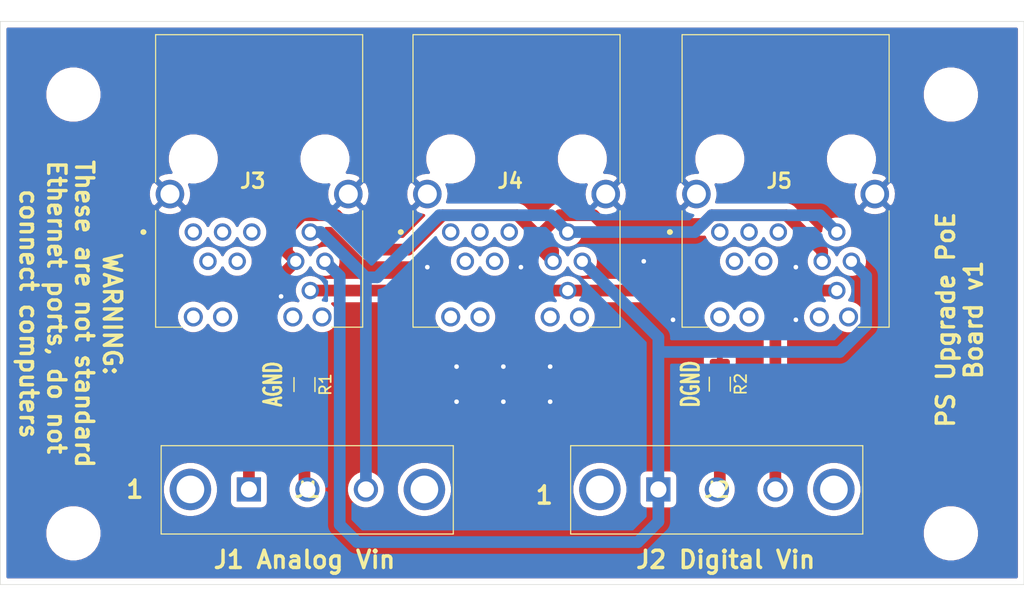
<source format=kicad_pcb>
(kicad_pcb (version 20171130) (host pcbnew "(5.1.6)-1")

  (general
    (thickness 1.6)
    (drawings 12)
    (tracks 68)
    (zones 0)
    (modules 11)
    (nets 39)
  )

  (page A4)
  (title_block
    (title "PS Upgrade PoE Board")
    (date 2021-02-05)
    (rev 1)
    (company NHMFL)
    (comment 1 "E. Stiers")
  )

  (layers
    (0 F.Cu signal)
    (31 B.Cu signal)
    (32 B.Adhes user)
    (33 F.Adhes user)
    (34 B.Paste user)
    (35 F.Paste user)
    (36 B.SilkS user)
    (37 F.SilkS user)
    (38 B.Mask user)
    (39 F.Mask user)
    (40 Dwgs.User user)
    (41 Cmts.User user)
    (42 Eco1.User user)
    (43 Eco2.User user)
    (44 Edge.Cuts user)
    (45 Margin user)
    (46 B.CrtYd user)
    (47 F.CrtYd user)
    (48 B.Fab user)
    (49 F.Fab user)
  )

  (setup
    (last_trace_width 0.25)
    (user_trace_width 1.016)
    (trace_clearance 0.2)
    (zone_clearance 0.508)
    (zone_45_only no)
    (trace_min 0.2)
    (via_size 0.8)
    (via_drill 0.4)
    (via_min_size 0.4)
    (via_min_drill 0.3)
    (uvia_size 0.3)
    (uvia_drill 0.1)
    (uvias_allowed no)
    (uvia_min_size 0.2)
    (uvia_min_drill 0.1)
    (edge_width 0.05)
    (segment_width 0.2)
    (pcb_text_width 0.3)
    (pcb_text_size 1.5 1.5)
    (mod_edge_width 0.12)
    (mod_text_size 1 1)
    (mod_text_width 0.15)
    (pad_size 3.7 3.7)
    (pad_drill 3.7)
    (pad_to_mask_clearance 0.05)
    (aux_axis_origin 0 0)
    (grid_origin 107.95 63.5)
    (visible_elements 7FFFEFFF)
    (pcbplotparams
      (layerselection 0x010fc_ffffffff)
      (usegerberextensions false)
      (usegerberattributes true)
      (usegerberadvancedattributes true)
      (creategerberjobfile true)
      (excludeedgelayer true)
      (linewidth 0.100000)
      (plotframeref false)
      (viasonmask false)
      (mode 1)
      (useauxorigin false)
      (hpglpennumber 1)
      (hpglpenspeed 20)
      (hpglpendiameter 15.000000)
      (psnegative false)
      (psa4output false)
      (plotreference true)
      (plotvalue true)
      (plotinvisibletext false)
      (padsonsilk false)
      (subtractmaskfromsilk false)
      (outputformat 1)
      (mirror false)
      (drillshape 1)
      (scaleselection 1)
      (outputdirectory ""))
  )

  (net 0 "")
  (net 1 "Net-(J1-PadMH2)")
  (net 2 "Net-(J1-PadMH1)")
  (net 3 -15V)
  (net 4 GNDA)
  (net 5 +28V)
  (net 6 "Net-(J2-PadMH2)")
  (net 7 "Net-(J2-PadMH1)")
  (net 8 VEE)
  (net 9 GNDD)
  (net 10 VCC)
  (net 11 "Net-(J3-Pad15)")
  (net 12 "Net-(J3-Pad14)")
  (net 13 "Net-(J3-Pad13)")
  (net 14 "Net-(J3-Pad12)")
  (net 15 "Net-(J3-Pad5)")
  (net 16 "Net-(J3-Pad4)")
  (net 17 "Net-(J3-Pad3)")
  (net 18 "Net-(J3-Pad2)")
  (net 19 "Net-(J3-Pad1)")
  (net 20 "Net-(J4-Pad15)")
  (net 21 "Net-(J4-Pad14)")
  (net 22 "Net-(J4-Pad13)")
  (net 23 "Net-(J4-Pad12)")
  (net 24 "Net-(J4-Pad5)")
  (net 25 "Net-(J4-Pad4)")
  (net 26 "Net-(J4-Pad3)")
  (net 27 "Net-(J4-Pad2)")
  (net 28 "Net-(J4-Pad1)")
  (net 29 "Net-(J5-Pad15)")
  (net 30 "Net-(J5-Pad14)")
  (net 31 "Net-(J5-Pad13)")
  (net 32 "Net-(J5-Pad12)")
  (net 33 "Net-(J5-Pad5)")
  (net 34 "Net-(J5-Pad4)")
  (net 35 "Net-(J5-Pad3)")
  (net 36 "Net-(J5-Pad2)")
  (net 37 "Net-(J5-Pad1)")
  (net 38 GND)

  (net_class Default "This is the default net class."
    (clearance 0.2)
    (trace_width 0.25)
    (via_dia 0.8)
    (via_drill 0.4)
    (uvia_dia 0.3)
    (uvia_drill 0.1)
    (add_net +28V)
    (add_net -15V)
    (add_net GND)
    (add_net GNDA)
    (add_net GNDD)
    (add_net "Net-(J1-PadMH1)")
    (add_net "Net-(J1-PadMH2)")
    (add_net "Net-(J2-PadMH1)")
    (add_net "Net-(J2-PadMH2)")
    (add_net "Net-(J3-Pad1)")
    (add_net "Net-(J3-Pad12)")
    (add_net "Net-(J3-Pad13)")
    (add_net "Net-(J3-Pad14)")
    (add_net "Net-(J3-Pad15)")
    (add_net "Net-(J3-Pad2)")
    (add_net "Net-(J3-Pad3)")
    (add_net "Net-(J3-Pad4)")
    (add_net "Net-(J3-Pad5)")
    (add_net "Net-(J4-Pad1)")
    (add_net "Net-(J4-Pad12)")
    (add_net "Net-(J4-Pad13)")
    (add_net "Net-(J4-Pad14)")
    (add_net "Net-(J4-Pad15)")
    (add_net "Net-(J4-Pad2)")
    (add_net "Net-(J4-Pad3)")
    (add_net "Net-(J4-Pad4)")
    (add_net "Net-(J4-Pad5)")
    (add_net "Net-(J5-Pad1)")
    (add_net "Net-(J5-Pad12)")
    (add_net "Net-(J5-Pad13)")
    (add_net "Net-(J5-Pad14)")
    (add_net "Net-(J5-Pad15)")
    (add_net "Net-(J5-Pad2)")
    (add_net "Net-(J5-Pad3)")
    (add_net "Net-(J5-Pad4)")
    (add_net "Net-(J5-Pad5)")
    (add_net VCC)
    (add_net VEE)
  )

  (module Resistor_SMD:R_1206_3216Metric_Pad1.42x1.75mm_HandSolder (layer F.Cu) (tedit 5B301BBD) (tstamp 601F4119)
    (at 170.434 94.996 270)
    (descr "Resistor SMD 1206 (3216 Metric), square (rectangular) end terminal, IPC_7351 nominal with elongated pad for handsoldering. (Body size source: http://www.tortai-tech.com/upload/download/2011102023233369053.pdf), generated with kicad-footprint-generator")
    (tags "resistor handsolder")
    (path /60276D8D)
    (attr smd)
    (fp_text reference R2 (at 0 -1.82 90) (layer F.SilkS)
      (effects (font (size 1 1) (thickness 0.15)))
    )
    (fp_text value 0 (at 0 1.82 90) (layer F.Fab)
      (effects (font (size 1 1) (thickness 0.15)))
    )
    (fp_line (start 2.45 1.12) (end -2.45 1.12) (layer F.CrtYd) (width 0.05))
    (fp_line (start 2.45 -1.12) (end 2.45 1.12) (layer F.CrtYd) (width 0.05))
    (fp_line (start -2.45 -1.12) (end 2.45 -1.12) (layer F.CrtYd) (width 0.05))
    (fp_line (start -2.45 1.12) (end -2.45 -1.12) (layer F.CrtYd) (width 0.05))
    (fp_line (start -0.602064 0.91) (end 0.602064 0.91) (layer F.SilkS) (width 0.12))
    (fp_line (start -0.602064 -0.91) (end 0.602064 -0.91) (layer F.SilkS) (width 0.12))
    (fp_line (start 1.6 0.8) (end -1.6 0.8) (layer F.Fab) (width 0.1))
    (fp_line (start 1.6 -0.8) (end 1.6 0.8) (layer F.Fab) (width 0.1))
    (fp_line (start -1.6 -0.8) (end 1.6 -0.8) (layer F.Fab) (width 0.1))
    (fp_line (start -1.6 0.8) (end -1.6 -0.8) (layer F.Fab) (width 0.1))
    (fp_text user %R (at 0 0 90) (layer F.Fab)
      (effects (font (size 0.8 0.8) (thickness 0.12)))
    )
    (pad 2 smd roundrect (at 1.4875 0 270) (size 1.425 1.75) (layers F.Cu F.Paste F.Mask) (roundrect_rratio 0.175439)
      (net 9 GNDD))
    (pad 1 smd roundrect (at -1.4875 0 270) (size 1.425 1.75) (layers F.Cu F.Paste F.Mask) (roundrect_rratio 0.175439)
      (net 38 GND))
    (model ${KISYS3DMOD}/Resistor_SMD.3dshapes/R_1206_3216Metric.wrl
      (at (xyz 0 0 0))
      (scale (xyz 1 1 1))
      (rotate (xyz 0 0 0))
    )
  )

  (module Resistor_SMD:R_1206_3216Metric_Pad1.42x1.75mm_HandSolder (layer F.Cu) (tedit 5B301BBD) (tstamp 601F3ECD)
    (at 134.366 95.0325 270)
    (descr "Resistor SMD 1206 (3216 Metric), square (rectangular) end terminal, IPC_7351 nominal with elongated pad for handsoldering. (Body size source: http://www.tortai-tech.com/upload/download/2011102023233369053.pdf), generated with kicad-footprint-generator")
    (tags "resistor handsolder")
    (path /60276302)
    (attr smd)
    (fp_text reference R1 (at 0 -1.82 90) (layer F.SilkS)
      (effects (font (size 1 1) (thickness 0.15)))
    )
    (fp_text value 0 (at 0 1.82 90) (layer F.Fab)
      (effects (font (size 1 1) (thickness 0.15)))
    )
    (fp_line (start 2.45 1.12) (end -2.45 1.12) (layer F.CrtYd) (width 0.05))
    (fp_line (start 2.45 -1.12) (end 2.45 1.12) (layer F.CrtYd) (width 0.05))
    (fp_line (start -2.45 -1.12) (end 2.45 -1.12) (layer F.CrtYd) (width 0.05))
    (fp_line (start -2.45 1.12) (end -2.45 -1.12) (layer F.CrtYd) (width 0.05))
    (fp_line (start -0.602064 0.91) (end 0.602064 0.91) (layer F.SilkS) (width 0.12))
    (fp_line (start -0.602064 -0.91) (end 0.602064 -0.91) (layer F.SilkS) (width 0.12))
    (fp_line (start 1.6 0.8) (end -1.6 0.8) (layer F.Fab) (width 0.1))
    (fp_line (start 1.6 -0.8) (end 1.6 0.8) (layer F.Fab) (width 0.1))
    (fp_line (start -1.6 -0.8) (end 1.6 -0.8) (layer F.Fab) (width 0.1))
    (fp_line (start -1.6 0.8) (end -1.6 -0.8) (layer F.Fab) (width 0.1))
    (fp_text user %R (at 0 0 90) (layer F.Fab)
      (effects (font (size 0.8 0.8) (thickness 0.12)))
    )
    (pad 2 smd roundrect (at 1.4875 0 270) (size 1.425 1.75) (layers F.Cu F.Paste F.Mask) (roundrect_rratio 0.175439)
      (net 4 GNDA))
    (pad 1 smd roundrect (at -1.4875 0 270) (size 1.425 1.75) (layers F.Cu F.Paste F.Mask) (roundrect_rratio 0.175439)
      (net 38 GND))
    (model ${KISYS3DMOD}/Resistor_SMD.3dshapes/R_1206_3216Metric.wrl
      (at (xyz 0 0 0))
      (scale (xyz 1 1 1))
      (rotate (xyz 0 0 0))
    )
  )

  (module SamacSys_Parts:SI52003F (layer F.Cu) (tedit 0) (tstamp 601EC2D5)
    (at 147.066 81.788 180)
    (descr SI-52003-F-2)
    (tags Connector)
    (path /6026BF8C)
    (fp_text reference J4 (at -5.16 4.44) (layer F.SilkS)
      (effects (font (size 1.27 1.27) (thickness 0.254)))
    )
    (fp_text value SI-52003-F (at -5.16 4.44) (layer F.SilkS) hide
      (effects (font (size 1.27 1.27) (thickness 0.254)))
    )
    (fp_line (start 4.385 0) (end 4.385 0) (layer F.SilkS) (width 0.4))
    (fp_line (start 4.285 0) (end 4.285 0) (layer F.SilkS) (width 0.4))
    (fp_line (start 3.275 -8.26) (end 1 -8.26) (layer F.SilkS) (width 0.1))
    (fp_line (start 3.275 1.85) (end 3.275 -8.26) (layer F.SilkS) (width 0.1))
    (fp_line (start -14.705 -8.26) (end -12 -8.26) (layer F.SilkS) (width 0.1))
    (fp_line (start -14.705 1.85) (end -14.705 -8.26) (layer F.SilkS) (width 0.1))
    (fp_line (start 3.275 17.14) (end 3.275 4.35) (layer F.SilkS) (width 0.1))
    (fp_line (start -14.705 17.14) (end 3.275 17.14) (layer F.SilkS) (width 0.1))
    (fp_line (start -14.705 4.35) (end -14.705 17.14) (layer F.SilkS) (width 0.1))
    (fp_line (start -15.705 18.14) (end -15.705 -9.26) (layer F.CrtYd) (width 0.1))
    (fp_line (start 5.385 18.14) (end -15.705 18.14) (layer F.CrtYd) (width 0.1))
    (fp_line (start 5.385 -9.26) (end 5.385 18.14) (layer F.CrtYd) (width 0.1))
    (fp_line (start -15.705 -9.26) (end 5.385 -9.26) (layer F.CrtYd) (width 0.1))
    (fp_line (start -14.705 17.14) (end -14.705 -8.26) (layer F.Fab) (width 0.2))
    (fp_line (start 3.275 17.14) (end -14.705 17.14) (layer F.Fab) (width 0.2))
    (fp_line (start 3.275 -8.26) (end 3.275 17.14) (layer F.Fab) (width 0.2))
    (fp_line (start -14.705 -8.26) (end 3.275 -8.26) (layer F.Fab) (width 0.2))
    (fp_arc (start 4.335 0) (end 4.385 0) (angle -180) (layer F.SilkS) (width 0.4))
    (fp_arc (start 4.335 0) (end 4.285 0) (angle -180) (layer F.SilkS) (width 0.4))
    (fp_text user %R (at -5.16 4.44) (layer F.Fab)
      (effects (font (size 1.27 1.27) (thickness 0.254)))
    )
    (pad MH4 np_thru_hole circle (at -11.43 6.35 180) (size 3.25 0) (drill 3.25) (layers *.Cu *.Mask))
    (pad MH3 np_thru_hole circle (at 0 6.35 180) (size 3.25 0) (drill 3.25) (layers *.Cu *.Mask))
    (pad MH2 thru_hole circle (at -13.46 3.3 180) (size 2.475 2.475) (drill 1.65) (layers *.Cu *.Mask)
      (net 38 GND))
    (pad MH1 thru_hole circle (at 2.03 3.3 180) (size 2.475 2.475) (drill 1.65) (layers *.Cu *.Mask)
      (net 38 GND))
    (pad 15 thru_hole circle (at 0 -7.37 180) (size 1.65 1.65) (drill 1.1) (layers *.Cu *.Mask)
      (net 20 "Net-(J4-Pad15)"))
    (pad 14 thru_hole circle (at -2.54 -7.37 180) (size 1.65 1.65) (drill 1.1) (layers *.Cu *.Mask)
      (net 21 "Net-(J4-Pad14)"))
    (pad 13 thru_hole circle (at -8.64 -7.37 180) (size 1.65 1.65) (drill 1.1) (layers *.Cu *.Mask)
      (net 22 "Net-(J4-Pad13)"))
    (pad 12 thru_hole circle (at -11.18 -7.37 180) (size 1.65 1.65) (drill 1.1) (layers *.Cu *.Mask)
      (net 23 "Net-(J4-Pad12)"))
    (pad 11 thru_hole circle (at -10.16 -5.08 180) (size 1.509 1.509) (drill 0.97) (layers *.Cu *.Mask)
      (net 8 VEE))
    (pad 10 thru_hole circle (at -11.43 -2.54 180) (size 1.509 1.509) (drill 0.97) (layers *.Cu *.Mask)
      (net 10 VCC))
    (pad 9 thru_hole circle (at -10.16 0 180) (size 1.509 1.509) (drill 0.97) (layers *.Cu *.Mask)
      (net 3 -15V))
    (pad 8 thru_hole circle (at -8.89 -2.54 180) (size 1.509 1.509) (drill 0.97) (layers *.Cu *.Mask)
      (net 5 +28V))
    (pad 5 thru_hole circle (at -5.08 0 180) (size 1.509 1.509) (drill 0.97) (layers *.Cu *.Mask)
      (net 24 "Net-(J4-Pad5)"))
    (pad 4 thru_hole circle (at -3.81 -2.54 180) (size 1.509 1.509) (drill 0.97) (layers *.Cu *.Mask)
      (net 25 "Net-(J4-Pad4)"))
    (pad 3 thru_hole circle (at -2.54 0 180) (size 1.509 1.509) (drill 0.97) (layers *.Cu *.Mask)
      (net 26 "Net-(J4-Pad3)"))
    (pad 2 thru_hole circle (at -1.27 -2.54 180) (size 1.509 1.509) (drill 0.97) (layers *.Cu *.Mask)
      (net 27 "Net-(J4-Pad2)"))
    (pad 1 thru_hole circle (at 0 0 180) (size 1.509 1.509) (drill 0.97) (layers *.Cu *.Mask)
      (net 28 "Net-(J4-Pad1)"))
    (model "C:\\Users\\stiers\\Google Drive\\Work Projects\\_KiCad Libraries\\Library Loader\\SamacSys_Parts.3dshapes\\SI-52003-F.stp"
      (at (xyz 0 0 0))
      (scale (xyz 1 1 1))
      (rotate (xyz 0 0 0))
    )
  )

  (module SamacSys_Parts:1777086 (layer F.Cu) (tedit 0) (tstamp 601EC283)
    (at 129.54 104.14)
    (descr 1777086-2)
    (tags Connector)
    (path /6021B2EF)
    (fp_text reference J1 (at 5.08 0.035) (layer F.SilkS)
      (effects (font (size 1.27 1.27) (thickness 0.254)))
    )
    (fp_text value 1777086 (at 5.08 0.035) (layer F.SilkS) hide
      (effects (font (size 1.27 1.27) (thickness 0.254)))
    )
    (fp_line (start -8.62 4.87) (end -8.62 -4.8) (layer F.CrtYd) (width 0.1))
    (fp_line (start 18.78 4.87) (end -8.62 4.87) (layer F.CrtYd) (width 0.1))
    (fp_line (start 18.78 -4.8) (end 18.78 4.87) (layer F.CrtYd) (width 0.1))
    (fp_line (start -8.62 -4.8) (end 18.78 -4.8) (layer F.CrtYd) (width 0.1))
    (fp_line (start -7.62 3.87) (end -7.62 -3.8) (layer F.SilkS) (width 0.1))
    (fp_line (start 17.75 3.87) (end -7.62 3.87) (layer F.SilkS) (width 0.1))
    (fp_line (start 17.75 -3.8) (end 17.75 3.87) (layer F.SilkS) (width 0.1))
    (fp_line (start -7.62 -3.8) (end 17.75 -3.8) (layer F.SilkS) (width 0.1))
    (fp_line (start -7.62 -3.8) (end -7.62 3.87) (layer F.Fab) (width 0.2))
    (fp_line (start 17.78 -3.8) (end -7.62 -3.8) (layer F.Fab) (width 0.2))
    (fp_line (start 17.78 3.87) (end 17.78 -3.8) (layer F.Fab) (width 0.2))
    (fp_line (start -7.62 3.87) (end 17.78 3.87) (layer F.Fab) (width 0.2))
    (fp_text user %R (at 5.08 0.035) (layer F.Fab)
      (effects (font (size 1.27 1.27) (thickness 0.254)))
    )
    (pad MH2 thru_hole circle (at 15.24 0) (size 3.6 3.6) (drill 2.4) (layers *.Cu *.Mask)
      (net 1 "Net-(J1-PadMH2)"))
    (pad MH1 thru_hole circle (at -5.08 0) (size 3.6 3.6) (drill 2.4) (layers *.Cu *.Mask)
      (net 2 "Net-(J1-PadMH1)"))
    (pad 3 thru_hole circle (at 10.16 0) (size 2.1 2.1) (drill 1.4) (layers *.Cu *.Mask)
      (net 3 -15V))
    (pad 2 thru_hole circle (at 5.08 0) (size 2.1 2.1) (drill 1.4) (layers *.Cu *.Mask)
      (net 4 GNDA))
    (pad 1 thru_hole rect (at 0 0) (size 2.1 2.1) (drill 1.4) (layers *.Cu *.Mask)
      (net 5 +28V))
    (model "C:\\Users\\stiers\\Google Drive\\Work Projects\\_KiCad Libraries\\Library Loader\\SamacSys_Parts.3dshapes\\1777086.stp"
      (at (xyz 0 0 0))
      (scale (xyz 1 1 1))
      (rotate (xyz 0 0 0))
    )
  )

  (module SamacSys_Parts:SI52003F (layer F.Cu) (tedit 0) (tstamp 601EC167)
    (at 124.714 81.788 180)
    (descr SI-52003-F-2)
    (tags Connector)
    (path /601DDDFD)
    (fp_text reference J3 (at -5.16 4.44) (layer F.SilkS)
      (effects (font (size 1.27 1.27) (thickness 0.254)))
    )
    (fp_text value SI-52003-F (at -5.16 4.44) (layer F.SilkS) hide
      (effects (font (size 1.27 1.27) (thickness 0.254)))
    )
    (fp_line (start 4.385 0) (end 4.385 0) (layer F.SilkS) (width 0.4))
    (fp_line (start 4.285 0) (end 4.285 0) (layer F.SilkS) (width 0.4))
    (fp_line (start 3.275 -8.26) (end 1 -8.26) (layer F.SilkS) (width 0.1))
    (fp_line (start 3.275 1.85) (end 3.275 -8.26) (layer F.SilkS) (width 0.1))
    (fp_line (start -14.705 -8.26) (end -12 -8.26) (layer F.SilkS) (width 0.1))
    (fp_line (start -14.705 1.85) (end -14.705 -8.26) (layer F.SilkS) (width 0.1))
    (fp_line (start 3.275 17.14) (end 3.275 4.35) (layer F.SilkS) (width 0.1))
    (fp_line (start -14.705 17.14) (end 3.275 17.14) (layer F.SilkS) (width 0.1))
    (fp_line (start -14.705 4.35) (end -14.705 17.14) (layer F.SilkS) (width 0.1))
    (fp_line (start -15.705 18.14) (end -15.705 -9.26) (layer F.CrtYd) (width 0.1))
    (fp_line (start 5.385 18.14) (end -15.705 18.14) (layer F.CrtYd) (width 0.1))
    (fp_line (start 5.385 -9.26) (end 5.385 18.14) (layer F.CrtYd) (width 0.1))
    (fp_line (start -15.705 -9.26) (end 5.385 -9.26) (layer F.CrtYd) (width 0.1))
    (fp_line (start -14.705 17.14) (end -14.705 -8.26) (layer F.Fab) (width 0.2))
    (fp_line (start 3.275 17.14) (end -14.705 17.14) (layer F.Fab) (width 0.2))
    (fp_line (start 3.275 -8.26) (end 3.275 17.14) (layer F.Fab) (width 0.2))
    (fp_line (start -14.705 -8.26) (end 3.275 -8.26) (layer F.Fab) (width 0.2))
    (fp_arc (start 4.335 0) (end 4.385 0) (angle -180) (layer F.SilkS) (width 0.4))
    (fp_arc (start 4.335 0) (end 4.285 0) (angle -180) (layer F.SilkS) (width 0.4))
    (fp_text user %R (at -5.16 4.44) (layer F.Fab)
      (effects (font (size 1.27 1.27) (thickness 0.254)))
    )
    (pad MH4 np_thru_hole circle (at -11.43 6.35 180) (size 3.25 0) (drill 3.25) (layers *.Cu *.Mask))
    (pad MH3 np_thru_hole circle (at 0 6.35 180) (size 3.25 0) (drill 3.25) (layers *.Cu *.Mask))
    (pad MH2 thru_hole circle (at -13.46 3.3 180) (size 2.475 2.475) (drill 1.65) (layers *.Cu *.Mask)
      (net 38 GND))
    (pad MH1 thru_hole circle (at 2.03 3.3 180) (size 2.475 2.475) (drill 1.65) (layers *.Cu *.Mask)
      (net 38 GND))
    (pad 15 thru_hole circle (at 0 -7.37 180) (size 1.65 1.65) (drill 1.1) (layers *.Cu *.Mask)
      (net 11 "Net-(J3-Pad15)"))
    (pad 14 thru_hole circle (at -2.54 -7.37 180) (size 1.65 1.65) (drill 1.1) (layers *.Cu *.Mask)
      (net 12 "Net-(J3-Pad14)"))
    (pad 13 thru_hole circle (at -8.64 -7.37 180) (size 1.65 1.65) (drill 1.1) (layers *.Cu *.Mask)
      (net 13 "Net-(J3-Pad13)"))
    (pad 12 thru_hole circle (at -11.18 -7.37 180) (size 1.65 1.65) (drill 1.1) (layers *.Cu *.Mask)
      (net 14 "Net-(J3-Pad12)"))
    (pad 11 thru_hole circle (at -10.16 -5.08 180) (size 1.509 1.509) (drill 0.97) (layers *.Cu *.Mask)
      (net 8 VEE))
    (pad 10 thru_hole circle (at -11.43 -2.54 180) (size 1.509 1.509) (drill 0.97) (layers *.Cu *.Mask)
      (net 10 VCC))
    (pad 9 thru_hole circle (at -10.16 0 180) (size 1.509 1.509) (drill 0.97) (layers *.Cu *.Mask)
      (net 3 -15V))
    (pad 8 thru_hole circle (at -8.89 -2.54 180) (size 1.509 1.509) (drill 0.97) (layers *.Cu *.Mask)
      (net 5 +28V))
    (pad 5 thru_hole circle (at -5.08 0 180) (size 1.509 1.509) (drill 0.97) (layers *.Cu *.Mask)
      (net 15 "Net-(J3-Pad5)"))
    (pad 4 thru_hole circle (at -3.81 -2.54 180) (size 1.509 1.509) (drill 0.97) (layers *.Cu *.Mask)
      (net 16 "Net-(J3-Pad4)"))
    (pad 3 thru_hole circle (at -2.54 0 180) (size 1.509 1.509) (drill 0.97) (layers *.Cu *.Mask)
      (net 17 "Net-(J3-Pad3)"))
    (pad 2 thru_hole circle (at -1.27 -2.54 180) (size 1.509 1.509) (drill 0.97) (layers *.Cu *.Mask)
      (net 18 "Net-(J3-Pad2)"))
    (pad 1 thru_hole circle (at 0 0 180) (size 1.509 1.509) (drill 0.97) (layers *.Cu *.Mask)
      (net 19 "Net-(J3-Pad1)"))
    (model "C:\\Users\\stiers\\Google Drive\\Work Projects\\_KiCad Libraries\\Library Loader\\SamacSys_Parts.3dshapes\\SI-52003-F.stp"
      (at (xyz 0 0 0))
      (scale (xyz 1 1 1))
      (rotate (xyz 0 0 0))
    )
  )

  (module SamacSys_Parts:1777086 (layer F.Cu) (tedit 0) (tstamp 601EC5A8)
    (at 165.1 104.14)
    (descr 1777086-2)
    (tags Connector)
    (path /6021F098)
    (fp_text reference J2 (at 5.08 0.035) (layer F.SilkS)
      (effects (font (size 1.27 1.27) (thickness 0.254)))
    )
    (fp_text value 1777086 (at 5.08 0.035) (layer F.SilkS) hide
      (effects (font (size 1.27 1.27) (thickness 0.254)))
    )
    (fp_line (start -8.62 4.87) (end -8.62 -4.8) (layer F.CrtYd) (width 0.1))
    (fp_line (start 18.78 4.87) (end -8.62 4.87) (layer F.CrtYd) (width 0.1))
    (fp_line (start 18.78 -4.8) (end 18.78 4.87) (layer F.CrtYd) (width 0.1))
    (fp_line (start -8.62 -4.8) (end 18.78 -4.8) (layer F.CrtYd) (width 0.1))
    (fp_line (start -7.62 3.87) (end -7.62 -3.8) (layer F.SilkS) (width 0.1))
    (fp_line (start 17.75 3.87) (end -7.62 3.87) (layer F.SilkS) (width 0.1))
    (fp_line (start 17.75 -3.8) (end 17.75 3.87) (layer F.SilkS) (width 0.1))
    (fp_line (start -7.62 -3.8) (end 17.75 -3.8) (layer F.SilkS) (width 0.1))
    (fp_line (start -7.62 -3.8) (end -7.62 3.87) (layer F.Fab) (width 0.2))
    (fp_line (start 17.78 -3.8) (end -7.62 -3.8) (layer F.Fab) (width 0.2))
    (fp_line (start 17.78 3.87) (end 17.78 -3.8) (layer F.Fab) (width 0.2))
    (fp_line (start -7.62 3.87) (end 17.78 3.87) (layer F.Fab) (width 0.2))
    (fp_text user %R (at 5.08 0.035) (layer F.Fab)
      (effects (font (size 1.27 1.27) (thickness 0.254)))
    )
    (pad MH2 thru_hole circle (at 15.24 0) (size 3.6 3.6) (drill 2.4) (layers *.Cu *.Mask)
      (net 6 "Net-(J2-PadMH2)"))
    (pad MH1 thru_hole circle (at -5.08 0) (size 3.6 3.6) (drill 2.4) (layers *.Cu *.Mask)
      (net 7 "Net-(J2-PadMH1)"))
    (pad 3 thru_hole circle (at 10.16 0) (size 2.1 2.1) (drill 1.4) (layers *.Cu *.Mask)
      (net 8 VEE))
    (pad 2 thru_hole circle (at 5.08 0) (size 2.1 2.1) (drill 1.4) (layers *.Cu *.Mask)
      (net 9 GNDD))
    (pad 1 thru_hole rect (at 0 0) (size 2.1 2.1) (drill 1.4) (layers *.Cu *.Mask)
      (net 10 VCC))
    (model "C:\\Users\\stiers\\Google Drive\\Work Projects\\_KiCad Libraries\\Library Loader\\SamacSys_Parts.3dshapes\\1777086.stp"
      (at (xyz 0 0 0))
      (scale (xyz 1 1 1))
      (rotate (xyz 0 0 0))
    )
  )

  (module SamacSys_Parts:SI52003F (layer F.Cu) (tedit 0) (tstamp 601EC21E)
    (at 170.434 81.788 180)
    (descr SI-52003-F-2)
    (tags Connector)
    (path /60274067)
    (fp_text reference J5 (at -5.16 4.44) (layer F.SilkS)
      (effects (font (size 1.27 1.27) (thickness 0.254)))
    )
    (fp_text value SI-52003-F (at -5.16 4.44) (layer F.SilkS) hide
      (effects (font (size 1.27 1.27) (thickness 0.254)))
    )
    (fp_line (start 4.385 0) (end 4.385 0) (layer F.SilkS) (width 0.4))
    (fp_line (start 4.285 0) (end 4.285 0) (layer F.SilkS) (width 0.4))
    (fp_line (start 3.275 -8.26) (end 1 -8.26) (layer F.SilkS) (width 0.1))
    (fp_line (start 3.275 1.85) (end 3.275 -8.26) (layer F.SilkS) (width 0.1))
    (fp_line (start -14.705 -8.26) (end -12 -8.26) (layer F.SilkS) (width 0.1))
    (fp_line (start -14.705 1.85) (end -14.705 -8.26) (layer F.SilkS) (width 0.1))
    (fp_line (start 3.275 17.14) (end 3.275 4.35) (layer F.SilkS) (width 0.1))
    (fp_line (start -14.705 17.14) (end 3.275 17.14) (layer F.SilkS) (width 0.1))
    (fp_line (start -14.705 4.35) (end -14.705 17.14) (layer F.SilkS) (width 0.1))
    (fp_line (start -15.705 18.14) (end -15.705 -9.26) (layer F.CrtYd) (width 0.1))
    (fp_line (start 5.385 18.14) (end -15.705 18.14) (layer F.CrtYd) (width 0.1))
    (fp_line (start 5.385 -9.26) (end 5.385 18.14) (layer F.CrtYd) (width 0.1))
    (fp_line (start -15.705 -9.26) (end 5.385 -9.26) (layer F.CrtYd) (width 0.1))
    (fp_line (start -14.705 17.14) (end -14.705 -8.26) (layer F.Fab) (width 0.2))
    (fp_line (start 3.275 17.14) (end -14.705 17.14) (layer F.Fab) (width 0.2))
    (fp_line (start 3.275 -8.26) (end 3.275 17.14) (layer F.Fab) (width 0.2))
    (fp_line (start -14.705 -8.26) (end 3.275 -8.26) (layer F.Fab) (width 0.2))
    (fp_arc (start 4.335 0) (end 4.385 0) (angle -180) (layer F.SilkS) (width 0.4))
    (fp_arc (start 4.335 0) (end 4.285 0) (angle -180) (layer F.SilkS) (width 0.4))
    (fp_text user %R (at -5.16 4.44) (layer F.Fab)
      (effects (font (size 1.27 1.27) (thickness 0.254)))
    )
    (pad MH4 np_thru_hole circle (at -11.43 6.35 180) (size 3.25 0) (drill 3.25) (layers *.Cu *.Mask))
    (pad MH3 np_thru_hole circle (at 0 6.35 180) (size 3.25 0) (drill 3.25) (layers *.Cu *.Mask))
    (pad MH2 thru_hole circle (at -13.46 3.3 180) (size 2.475 2.475) (drill 1.65) (layers *.Cu *.Mask)
      (net 38 GND))
    (pad MH1 thru_hole circle (at 2.03 3.3 180) (size 2.475 2.475) (drill 1.65) (layers *.Cu *.Mask)
      (net 38 GND))
    (pad 15 thru_hole circle (at 0 -7.37 180) (size 1.65 1.65) (drill 1.1) (layers *.Cu *.Mask)
      (net 29 "Net-(J5-Pad15)"))
    (pad 14 thru_hole circle (at -2.54 -7.37 180) (size 1.65 1.65) (drill 1.1) (layers *.Cu *.Mask)
      (net 30 "Net-(J5-Pad14)"))
    (pad 13 thru_hole circle (at -8.64 -7.37 180) (size 1.65 1.65) (drill 1.1) (layers *.Cu *.Mask)
      (net 31 "Net-(J5-Pad13)"))
    (pad 12 thru_hole circle (at -11.18 -7.37 180) (size 1.65 1.65) (drill 1.1) (layers *.Cu *.Mask)
      (net 32 "Net-(J5-Pad12)"))
    (pad 11 thru_hole circle (at -10.16 -5.08 180) (size 1.509 1.509) (drill 0.97) (layers *.Cu *.Mask)
      (net 8 VEE))
    (pad 10 thru_hole circle (at -11.43 -2.54 180) (size 1.509 1.509) (drill 0.97) (layers *.Cu *.Mask)
      (net 10 VCC))
    (pad 9 thru_hole circle (at -10.16 0 180) (size 1.509 1.509) (drill 0.97) (layers *.Cu *.Mask)
      (net 3 -15V))
    (pad 8 thru_hole circle (at -8.89 -2.54 180) (size 1.509 1.509) (drill 0.97) (layers *.Cu *.Mask)
      (net 5 +28V))
    (pad 5 thru_hole circle (at -5.08 0 180) (size 1.509 1.509) (drill 0.97) (layers *.Cu *.Mask)
      (net 33 "Net-(J5-Pad5)"))
    (pad 4 thru_hole circle (at -3.81 -2.54 180) (size 1.509 1.509) (drill 0.97) (layers *.Cu *.Mask)
      (net 34 "Net-(J5-Pad4)"))
    (pad 3 thru_hole circle (at -2.54 0 180) (size 1.509 1.509) (drill 0.97) (layers *.Cu *.Mask)
      (net 35 "Net-(J5-Pad3)"))
    (pad 2 thru_hole circle (at -1.27 -2.54 180) (size 1.509 1.509) (drill 0.97) (layers *.Cu *.Mask)
      (net 36 "Net-(J5-Pad2)"))
    (pad 1 thru_hole circle (at 0 0 180) (size 1.509 1.509) (drill 0.97) (layers *.Cu *.Mask)
      (net 37 "Net-(J5-Pad1)"))
    (model "C:\\Users\\stiers\\Google Drive\\Work Projects\\_KiCad Libraries\\Library Loader\\SamacSys_Parts.3dshapes\\SI-52003-F.stp"
      (at (xyz 0 0 0))
      (scale (xyz 1 1 1))
      (rotate (xyz 0 0 0))
    )
  )

  (module MountingHole:MountingHole_3.7mm (layer F.Cu) (tedit 56D1B4CB) (tstamp 601EC857)
    (at 190.5 107.95)
    (descr "Mounting Hole 3.7mm, no annular")
    (tags "mounting hole 3.7mm no annular")
    (path /602B6405)
    (attr virtual)
    (fp_text reference H4 (at 0.254 0.254) (layer F.SilkS)
      (effects (font (size 1 1) (thickness 0.15)))
    )
    (fp_text value MountingHole (at 0 5.842) (layer F.Fab)
      (effects (font (size 1 1) (thickness 0.15)))
    )
    (fp_circle (center 0 0) (end 3.95 0) (layer F.CrtYd) (width 0.05))
    (fp_circle (center 0 0) (end 3.7 0) (layer Cmts.User) (width 0.15))
    (fp_text user %R (at 0.3 0) (layer F.Fab)
      (effects (font (size 1 1) (thickness 0.15)))
    )
    (pad 1 np_thru_hole circle (at 0 0) (size 3.7 3.7) (drill 3.7) (layers *.Cu *.Mask))
  )

  (module MountingHole:MountingHole_3.7mm (layer F.Cu) (tedit 56D1B4CB) (tstamp 601EC84F)
    (at 114.3 107.95)
    (descr "Mounting Hole 3.7mm, no annular")
    (tags "mounting hole 3.7mm no annular")
    (path /602B614B)
    (attr virtual)
    (fp_text reference H3 (at 0.254 -0.254) (layer F.SilkS)
      (effects (font (size 1 1) (thickness 0.15)))
    )
    (fp_text value MountingHole (at 0 5.842) (layer F.Fab)
      (effects (font (size 1 1) (thickness 0.15)))
    )
    (fp_circle (center 0 0) (end 3.95 0) (layer F.CrtYd) (width 0.05))
    (fp_circle (center 0 0) (end 3.7 0) (layer Cmts.User) (width 0.15))
    (fp_text user %R (at 0.3 0) (layer F.Fab)
      (effects (font (size 1 1) (thickness 0.15)))
    )
    (pad 1 np_thru_hole circle (at 0 0) (size 3.7 3.7) (drill 3.7) (layers *.Cu *.Mask))
  )

  (module MountingHole:MountingHole_3.7mm (layer F.Cu) (tedit 56D1B4CB) (tstamp 601EC9FC)
    (at 190.5 69.85)
    (descr "Mounting Hole 3.7mm, no annular")
    (tags "mounting hole 3.7mm no annular")
    (path /602B5EE2)
    (attr virtual)
    (fp_text reference H2 (at 0.254 -0.254) (layer F.SilkS)
      (effects (font (size 1 1) (thickness 0.15)))
    )
    (fp_text value MountingHole (at 0.254 -7.366) (layer F.Fab)
      (effects (font (size 1 1) (thickness 0.15)))
    )
    (fp_circle (center 0 0) (end 3.95 0) (layer F.CrtYd) (width 0.05))
    (fp_circle (center 0 0) (end 3.7 0) (layer Cmts.User) (width 0.15))
    (fp_text user %R (at 0.3 0) (layer F.Fab)
      (effects (font (size 1 1) (thickness 0.15)))
    )
    (pad 1 np_thru_hole circle (at 0 0) (size 3.7 3.7) (drill 3.7) (layers *.Cu *.Mask))
  )

  (module MountingHole:MountingHole_3.7mm (layer F.Cu) (tedit 56D1B4CB) (tstamp 601EC37F)
    (at 114.3 69.85)
    (descr "Mounting Hole 3.7mm, no annular")
    (tags "mounting hole 3.7mm no annular")
    (path /60292D8C)
    (attr virtual)
    (fp_text reference H1 (at 0.254 0.254) (layer F.SilkS)
      (effects (font (size 1 1) (thickness 0.15)))
    )
    (fp_text value MountingHole (at -0.254 -7.366 180) (layer F.Fab)
      (effects (font (size 1 1) (thickness 0.15)))
    )
    (fp_circle (center 0 0) (end 3.95 0) (layer F.CrtYd) (width 0.05))
    (fp_circle (center 0 0) (end 3.7 0) (layer Cmts.User) (width 0.15))
    (fp_text user %R (at 0.3 0) (layer F.Fab)
      (effects (font (size 1 1) (thickness 0.15)))
    )
    (pad 1 np_thru_hole circle (at 0 0) (size 3.7 3.7) (drill 3.7) (layers *.Cu *.Mask))
  )

  (gr_text 1 (at 119.634 104.14) (layer F.SilkS) (tstamp 601ED305)
    (effects (font (size 1.5 1.5) (thickness 0.3)))
  )
  (gr_text "AGND\n\n" (at 132.842 94.996 90) (layer F.SilkS) (tstamp 601ED2F7)
    (effects (font (size 1.5 0.9906) (thickness 0.24765)))
  )
  (gr_text DGND (at 167.894 94.996 90) (layer F.SilkS) (tstamp 601ED2F7)
    (effects (font (size 1.5 0.9906) (thickness 0.24765)))
  )
  (gr_text 1 (at 155.194 104.648) (layer F.SilkS) (tstamp 601ED30D)
    (effects (font (size 1.5 1.5) (thickness 0.3)))
  )
  (gr_text "WARNING:\nThese are not standard\nEthernet ports, do not \nconnect computers" (at 114.046 88.9 270) (layer F.SilkS) (tstamp 601ED343)
    (effects (font (size 1.5 1.5) (thickness 0.3)))
  )
  (gr_text "PS Upgrade PoE\nBoard v1" (at 191.262 89.408 90) (layer F.SilkS) (tstamp 601ED30D)
    (effects (font (size 1.5 1.5) (thickness 0.3)))
  )
  (gr_text "J2 Digital Vin" (at 170.942 110.236) (layer F.SilkS)
    (effects (font (size 1.5 1.5) (thickness 0.3)))
  )
  (gr_text "J1 Analog Vin" (at 134.366 110.236) (layer F.SilkS)
    (effects (font (size 1.5 1.5) (thickness 0.3)))
  )
  (gr_line (start 107.95 112.395) (end 107.95 63.5) (layer Edge.Cuts) (width 0.05) (tstamp 601EC34F))
  (gr_line (start 196.85 112.395) (end 107.95 112.395) (layer Edge.Cuts) (width 0.05))
  (gr_line (start 196.85 63.5) (end 196.85 112.395) (layer Edge.Cuts) (width 0.05))
  (gr_line (start 107.95 63.5) (end 196.85 63.5) (layer Edge.Cuts) (width 0.05))

  (segment (start 135.768502 81.788) (end 134.874 81.788) (width 1.016) (layer B.Cu) (net 3))
  (segment (start 139.7 85.719498) (end 135.768502 81.788) (width 1.016) (layer B.Cu) (net 3))
  (segment (start 139.7 104.14) (end 139.7 85.719498) (width 1.016) (layer B.Cu) (net 3))
  (segment (start 140.683844 85.719498) (end 139.7 85.719498) (width 1.016) (layer B.Cu) (net 3))
  (segment (start 146.077843 80.325499) (end 140.683844 85.719498) (width 1.016) (layer B.Cu) (net 3))
  (segment (start 155.763499 80.325499) (end 146.077843 80.325499) (width 1.016) (layer B.Cu) (net 3))
  (segment (start 157.226 81.788) (end 155.763499 80.325499) (width 1.016) (layer B.Cu) (net 3))
  (segment (start 179.131499 80.325499) (end 180.594 81.788) (width 1.016) (layer B.Cu) (net 3))
  (segment (start 169.731999 80.325499) (end 179.131499 80.325499) (width 1.016) (layer B.Cu) (net 3))
  (segment (start 168.269498 81.788) (end 169.731999 80.325499) (width 1.016) (layer B.Cu) (net 3))
  (segment (start 157.226 81.788) (end 168.269498 81.788) (width 1.016) (layer B.Cu) (net 3))
  (segment (start 134.366 103.886) (end 134.62 104.14) (width 1.016) (layer F.Cu) (net 4))
  (segment (start 134.366 96.52) (end 134.366 103.886) (width 1.016) (layer F.Cu) (net 4))
  (segment (start 129.54 88.392) (end 133.604 84.328) (width 1.016) (layer F.Cu) (net 5))
  (segment (start 129.54 104.14) (end 129.54 88.392) (width 1.016) (layer F.Cu) (net 5))
  (segment (start 143.377498 83.312) (end 146.363999 80.325499) (width 1.016) (layer F.Cu) (net 5))
  (segment (start 140.118658 83.312) (end 143.377498 83.312) (width 1.016) (layer F.Cu) (net 5))
  (segment (start 152.848001 80.325499) (end 155.956 83.433498) (width 1.016) (layer F.Cu) (net 5))
  (segment (start 146.363999 80.325499) (end 152.848001 80.325499) (width 1.016) (layer F.Cu) (net 5))
  (segment (start 137.132157 80.325499) (end 140.118658 83.312) (width 1.016) (layer F.Cu) (net 5))
  (segment (start 132.849501 81.647997) (end 134.171999 80.325499) (width 1.016) (layer F.Cu) (net 5))
  (segment (start 155.956 83.433498) (end 155.956 84.328) (width 1.016) (layer F.Cu) (net 5))
  (segment (start 134.171999 80.325499) (end 137.132157 80.325499) (width 1.016) (layer F.Cu) (net 5))
  (segment (start 132.849501 83.573501) (end 132.849501 81.647997) (width 1.016) (layer F.Cu) (net 5))
  (segment (start 133.604 84.328) (end 132.849501 83.573501) (width 1.016) (layer F.Cu) (net 5))
  (segment (start 176.216001 80.325499) (end 179.324 83.433498) (width 1.016) (layer F.Cu) (net 5))
  (segment (start 179.324 83.433498) (end 179.324 84.328) (width 1.016) (layer F.Cu) (net 5))
  (segment (start 169.731999 80.325499) (end 176.216001 80.325499) (width 1.016) (layer F.Cu) (net 5))
  (segment (start 168.971499 81.085999) (end 169.731999 80.325499) (width 1.016) (layer F.Cu) (net 5))
  (segment (start 160.244657 81.085999) (end 168.971499 81.085999) (width 1.016) (layer F.Cu) (net 5))
  (segment (start 159.484157 80.325499) (end 160.244657 81.085999) (width 1.016) (layer F.Cu) (net 5))
  (segment (start 156.523999 80.325499) (end 159.484157 80.325499) (width 1.016) (layer F.Cu) (net 5))
  (segment (start 155.201501 81.647997) (end 156.523999 80.325499) (width 1.016) (layer F.Cu) (net 5))
  (segment (start 155.201501 83.573501) (end 155.201501 81.647997) (width 1.016) (layer F.Cu) (net 5))
  (segment (start 155.956 84.328) (end 155.201501 83.573501) (width 1.016) (layer F.Cu) (net 5))
  (segment (start 134.874 86.868) (end 157.226 86.868) (width 1.016) (layer F.Cu) (net 8))
  (segment (start 175.26 87.122) (end 175.514 86.868) (width 1.016) (layer F.Cu) (net 8))
  (segment (start 175.26 104.14) (end 175.26 87.122) (width 1.016) (layer F.Cu) (net 8))
  (segment (start 157.226 86.868) (end 175.514 86.868) (width 1.016) (layer F.Cu) (net 8))
  (segment (start 175.514 86.868) (end 180.594 86.868) (width 1.016) (layer F.Cu) (net 8))
  (segment (start 170.434 103.886) (end 170.18 104.14) (width 1.016) (layer F.Cu) (net 9))
  (segment (start 170.434 96.4835) (end 170.434 103.886) (width 1.016) (layer F.Cu) (net 9))
  (segment (start 165.1 90.932) (end 158.496 84.328) (width 1.016) (layer B.Cu) (net 10))
  (segment (start 180.838842 92.202) (end 165.1 92.202) (width 1.016) (layer B.Cu) (net 10))
  (segment (start 183.147001 85.611001) (end 183.147001 89.893841) (width 1.016) (layer B.Cu) (net 10))
  (segment (start 181.864 84.328) (end 183.147001 85.611001) (width 1.016) (layer B.Cu) (net 10))
  (segment (start 165.1 104.14) (end 165.1 92.202) (width 1.016) (layer B.Cu) (net 10))
  (segment (start 183.147001 89.893841) (end 180.838842 92.202) (width 1.016) (layer B.Cu) (net 10))
  (segment (start 165.1 92.202) (end 165.1 90.932) (width 1.016) (layer B.Cu) (net 10))
  (segment (start 137.427001 107.201001) (end 138.938 108.712) (width 1.016) (layer B.Cu) (net 10))
  (segment (start 138.938 108.712) (end 163.322 108.712) (width 1.016) (layer B.Cu) (net 10))
  (segment (start 165.1 106.934) (end 165.1 104.14) (width 1.016) (layer B.Cu) (net 10))
  (segment (start 163.322 108.712) (end 165.1 106.934) (width 1.016) (layer B.Cu) (net 10))
  (segment (start 137.427001 85.611001) (end 136.144 84.328) (width 1.016) (layer B.Cu) (net 10))
  (segment (start 137.427001 107.201001) (end 137.427001 85.611001) (width 1.016) (layer B.Cu) (net 10))
  (via (at 147.574 96.52) (size 0.8) (drill 0.4) (layers F.Cu B.Cu) (net 38))
  (via (at 151.638 96.52) (size 0.8) (drill 0.4) (layers F.Cu B.Cu) (net 38))
  (via (at 155.702 96.52) (size 0.8) (drill 0.4) (layers F.Cu B.Cu) (net 38))
  (via (at 163.83 84.328) (size 0.8) (drill 0.4) (layers F.Cu B.Cu) (net 38))
  (via (at 166.37 89.408) (size 0.8) (drill 0.4) (layers F.Cu B.Cu) (net 38))
  (via (at 177.038 84.836) (size 0.8) (drill 0.4) (layers F.Cu B.Cu) (net 38))
  (via (at 177.038 89.408) (size 0.8) (drill 0.4) (layers F.Cu B.Cu) (net 38))
  (via (at 153.162 84.836) (size 0.8) (drill 0.4) (layers F.Cu B.Cu) (net 38))
  (via (at 145.034 84.836) (size 0.8) (drill 0.4) (layers F.Cu B.Cu) (net 38))
  (via (at 132.334 87.376) (size 0.8) (drill 0.4) (layers F.Cu B.Cu) (net 38))
  (via (at 147.574 93.472) (size 0.8) (drill 0.4) (layers F.Cu B.Cu) (net 38))
  (via (at 151.638 93.472) (size 0.8) (drill 0.4) (layers F.Cu B.Cu) (net 38))
  (via (at 155.702 93.472) (size 0.8) (drill 0.4) (layers F.Cu B.Cu) (net 38))

  (zone (net 38) (net_name GND) (layer F.Cu) (tstamp 0) (hatch edge 0.508)
    (connect_pads (clearance 0.508))
    (min_thickness 0.254)
    (fill yes (arc_segments 32) (thermal_gap 0.508) (thermal_bridge_width 0.508))
    (polygon
      (pts
        (xy 196.85 112.268) (xy 107.95 112.268) (xy 107.95 63.5) (xy 196.85 63.5)
      )
    )
    (filled_polygon
      (pts
        (xy 196.190001 111.735) (xy 108.61 111.735) (xy 108.61 107.705249) (xy 111.815 107.705249) (xy 111.815 108.194751)
        (xy 111.910497 108.674848) (xy 112.097821 109.127089) (xy 112.369774 109.534095) (xy 112.715905 109.880226) (xy 113.122911 110.152179)
        (xy 113.575152 110.339503) (xy 114.055249 110.435) (xy 114.544751 110.435) (xy 115.024848 110.339503) (xy 115.477089 110.152179)
        (xy 115.884095 109.880226) (xy 116.230226 109.534095) (xy 116.502179 109.127089) (xy 116.689503 108.674848) (xy 116.785 108.194751)
        (xy 116.785 107.705249) (xy 188.015 107.705249) (xy 188.015 108.194751) (xy 188.110497 108.674848) (xy 188.297821 109.127089)
        (xy 188.569774 109.534095) (xy 188.915905 109.880226) (xy 189.322911 110.152179) (xy 189.775152 110.339503) (xy 190.255249 110.435)
        (xy 190.744751 110.435) (xy 191.224848 110.339503) (xy 191.677089 110.152179) (xy 192.084095 109.880226) (xy 192.430226 109.534095)
        (xy 192.702179 109.127089) (xy 192.889503 108.674848) (xy 192.985 108.194751) (xy 192.985 107.705249) (xy 192.889503 107.225152)
        (xy 192.702179 106.772911) (xy 192.430226 106.365905) (xy 192.084095 106.019774) (xy 191.677089 105.747821) (xy 191.224848 105.560497)
        (xy 190.744751 105.465) (xy 190.255249 105.465) (xy 189.775152 105.560497) (xy 189.322911 105.747821) (xy 188.915905 106.019774)
        (xy 188.569774 106.365905) (xy 188.297821 106.772911) (xy 188.110497 107.225152) (xy 188.015 107.705249) (xy 116.785 107.705249)
        (xy 116.689503 107.225152) (xy 116.502179 106.772911) (xy 116.230226 106.365905) (xy 115.884095 106.019774) (xy 115.477089 105.747821)
        (xy 115.024848 105.560497) (xy 114.544751 105.465) (xy 114.055249 105.465) (xy 113.575152 105.560497) (xy 113.122911 105.747821)
        (xy 112.715905 106.019774) (xy 112.369774 106.365905) (xy 112.097821 106.772911) (xy 111.910497 107.225152) (xy 111.815 107.705249)
        (xy 108.61 107.705249) (xy 108.61 103.900173) (xy 122.025 103.900173) (xy 122.025 104.379827) (xy 122.118576 104.850263)
        (xy 122.302131 105.293405) (xy 122.568612 105.692222) (xy 122.907778 106.031388) (xy 123.306595 106.297869) (xy 123.749737 106.481424)
        (xy 124.220173 106.575) (xy 124.699827 106.575) (xy 125.170263 106.481424) (xy 125.613405 106.297869) (xy 126.012222 106.031388)
        (xy 126.351388 105.692222) (xy 126.617869 105.293405) (xy 126.801424 104.850263) (xy 126.895 104.379827) (xy 126.895 103.900173)
        (xy 126.801424 103.429737) (xy 126.617869 102.986595) (xy 126.351388 102.587778) (xy 126.012222 102.248612) (xy 125.613405 101.982131)
        (xy 125.170263 101.798576) (xy 124.699827 101.705) (xy 124.220173 101.705) (xy 123.749737 101.798576) (xy 123.306595 101.982131)
        (xy 122.907778 102.248612) (xy 122.568612 102.587778) (xy 122.302131 102.986595) (xy 122.118576 103.429737) (xy 122.025 103.900173)
        (xy 108.61 103.900173) (xy 108.61 89.014203) (xy 123.254 89.014203) (xy 123.254 89.301797) (xy 123.310107 89.583866)
        (xy 123.420165 89.849569) (xy 123.579944 90.088696) (xy 123.783304 90.292056) (xy 124.022431 90.451835) (xy 124.288134 90.561893)
        (xy 124.570203 90.618) (xy 124.857797 90.618) (xy 125.139866 90.561893) (xy 125.405569 90.451835) (xy 125.644696 90.292056)
        (xy 125.848056 90.088696) (xy 125.984 89.885241) (xy 126.119944 90.088696) (xy 126.323304 90.292056) (xy 126.562431 90.451835)
        (xy 126.828134 90.561893) (xy 127.110203 90.618) (xy 127.397797 90.618) (xy 127.679866 90.561893) (xy 127.945569 90.451835)
        (xy 128.184696 90.292056) (xy 128.388056 90.088696) (xy 128.397001 90.075309) (xy 128.397 102.461087) (xy 128.365518 102.464188)
        (xy 128.24582 102.500498) (xy 128.135506 102.559463) (xy 128.038815 102.638815) (xy 127.959463 102.735506) (xy 127.900498 102.84582)
        (xy 127.864188 102.965518) (xy 127.851928 103.09) (xy 127.851928 105.19) (xy 127.864188 105.314482) (xy 127.900498 105.43418)
        (xy 127.959463 105.544494) (xy 128.038815 105.641185) (xy 128.135506 105.720537) (xy 128.24582 105.779502) (xy 128.365518 105.815812)
        (xy 128.49 105.828072) (xy 130.59 105.828072) (xy 130.714482 105.815812) (xy 130.83418 105.779502) (xy 130.944494 105.720537)
        (xy 131.041185 105.641185) (xy 131.120537 105.544494) (xy 131.179502 105.43418) (xy 131.215812 105.314482) (xy 131.228072 105.19)
        (xy 131.228072 103.09) (xy 131.215812 102.965518) (xy 131.179502 102.84582) (xy 131.120537 102.735506) (xy 131.041185 102.638815)
        (xy 130.944494 102.559463) (xy 130.83418 102.500498) (xy 130.714482 102.464188) (xy 130.683 102.461087) (xy 130.683 96.0575)
        (xy 132.852928 96.0575) (xy 132.852928 96.9825) (xy 132.869992 97.155754) (xy 132.920528 97.32235) (xy 133.002595 97.475886)
        (xy 133.113038 97.610462) (xy 133.223 97.700705) (xy 133.223001 103.197837) (xy 133.126772 103.341853) (xy 132.999754 103.648504)
        (xy 132.935 103.974042) (xy 132.935 104.305958) (xy 132.999754 104.631496) (xy 133.126772 104.938147) (xy 133.311175 105.214125)
        (xy 133.545875 105.448825) (xy 133.821853 105.633228) (xy 134.128504 105.760246) (xy 134.454042 105.825) (xy 134.785958 105.825)
        (xy 135.111496 105.760246) (xy 135.418147 105.633228) (xy 135.694125 105.448825) (xy 135.928825 105.214125) (xy 136.113228 104.938147)
        (xy 136.240246 104.631496) (xy 136.305 104.305958) (xy 136.305 103.974042) (xy 138.015 103.974042) (xy 138.015 104.305958)
        (xy 138.079754 104.631496) (xy 138.206772 104.938147) (xy 138.391175 105.214125) (xy 138.625875 105.448825) (xy 138.901853 105.633228)
        (xy 139.208504 105.760246) (xy 139.534042 105.825) (xy 139.865958 105.825) (xy 140.191496 105.760246) (xy 140.498147 105.633228)
        (xy 140.774125 105.448825) (xy 141.008825 105.214125) (xy 141.193228 104.938147) (xy 141.320246 104.631496) (xy 141.385 104.305958)
        (xy 141.385 103.974042) (xy 141.370307 103.900173) (xy 142.345 103.900173) (xy 142.345 104.379827) (xy 142.438576 104.850263)
        (xy 142.622131 105.293405) (xy 142.888612 105.692222) (xy 143.227778 106.031388) (xy 143.626595 106.297869) (xy 144.069737 106.481424)
        (xy 144.540173 106.575) (xy 145.019827 106.575) (xy 145.490263 106.481424) (xy 145.933405 106.297869) (xy 146.332222 106.031388)
        (xy 146.671388 105.692222) (xy 146.937869 105.293405) (xy 147.121424 104.850263) (xy 147.215 104.379827) (xy 147.215 103.900173)
        (xy 157.585 103.900173) (xy 157.585 104.379827) (xy 157.678576 104.850263) (xy 157.862131 105.293405) (xy 158.128612 105.692222)
        (xy 158.467778 106.031388) (xy 158.866595 106.297869) (xy 159.309737 106.481424) (xy 159.780173 106.575) (xy 160.259827 106.575)
        (xy 160.730263 106.481424) (xy 161.173405 106.297869) (xy 161.572222 106.031388) (xy 161.911388 105.692222) (xy 162.177869 105.293405)
        (xy 162.361424 104.850263) (xy 162.455 104.379827) (xy 162.455 103.900173) (xy 162.361424 103.429737) (xy 162.220701 103.09)
        (xy 163.411928 103.09) (xy 163.411928 105.19) (xy 163.424188 105.314482) (xy 163.460498 105.43418) (xy 163.519463 105.544494)
        (xy 163.598815 105.641185) (xy 163.695506 105.720537) (xy 163.80582 105.779502) (xy 163.925518 105.815812) (xy 164.05 105.828072)
        (xy 166.15 105.828072) (xy 166.274482 105.815812) (xy 166.39418 105.779502) (xy 166.504494 105.720537) (xy 166.601185 105.641185)
        (xy 166.680537 105.544494) (xy 166.739502 105.43418) (xy 166.775812 105.314482) (xy 166.788072 105.19) (xy 166.788072 103.974042)
        (xy 168.495 103.974042) (xy 168.495 104.305958) (xy 168.559754 104.631496) (xy 168.686772 104.938147) (xy 168.871175 105.214125)
        (xy 169.105875 105.448825) (xy 169.381853 105.633228) (xy 169.688504 105.760246) (xy 170.014042 105.825) (xy 170.345958 105.825)
        (xy 170.671496 105.760246) (xy 170.978147 105.633228) (xy 171.254125 105.448825) (xy 171.488825 105.214125) (xy 171.673228 104.938147)
        (xy 171.800246 104.631496) (xy 171.865 104.305958) (xy 171.865 103.974042) (xy 171.800246 103.648504) (xy 171.673228 103.341853)
        (xy 171.577 103.197838) (xy 171.577 97.664205) (xy 171.686962 97.573962) (xy 171.797405 97.439386) (xy 171.879472 97.28585)
        (xy 171.930008 97.119254) (xy 171.947072 96.946) (xy 171.947072 96.021) (xy 171.930008 95.847746) (xy 171.879472 95.68115)
        (xy 171.797405 95.527614) (xy 171.686962 95.393038) (xy 171.552386 95.282595) (xy 171.39885 95.200528) (xy 171.232254 95.149992)
        (xy 171.059 95.132928) (xy 169.809 95.132928) (xy 169.635746 95.149992) (xy 169.46915 95.200528) (xy 169.315614 95.282595)
        (xy 169.181038 95.393038) (xy 169.070595 95.527614) (xy 168.988528 95.68115) (xy 168.937992 95.847746) (xy 168.920928 96.021)
        (xy 168.920928 96.946) (xy 168.937992 97.119254) (xy 168.988528 97.28585) (xy 169.070595 97.439386) (xy 169.181038 97.573962)
        (xy 169.291 97.664205) (xy 169.291001 102.707478) (xy 169.105875 102.831175) (xy 168.871175 103.065875) (xy 168.686772 103.341853)
        (xy 168.559754 103.648504) (xy 168.495 103.974042) (xy 166.788072 103.974042) (xy 166.788072 103.09) (xy 166.775812 102.965518)
        (xy 166.739502 102.84582) (xy 166.680537 102.735506) (xy 166.601185 102.638815) (xy 166.504494 102.559463) (xy 166.39418 102.500498)
        (xy 166.274482 102.464188) (xy 166.15 102.451928) (xy 164.05 102.451928) (xy 163.925518 102.464188) (xy 163.80582 102.500498)
        (xy 163.695506 102.559463) (xy 163.598815 102.638815) (xy 163.519463 102.735506) (xy 163.460498 102.84582) (xy 163.424188 102.965518)
        (xy 163.411928 103.09) (xy 162.220701 103.09) (xy 162.177869 102.986595) (xy 161.911388 102.587778) (xy 161.572222 102.248612)
        (xy 161.173405 101.982131) (xy 160.730263 101.798576) (xy 160.259827 101.705) (xy 159.780173 101.705) (xy 159.309737 101.798576)
        (xy 158.866595 101.982131) (xy 158.467778 102.248612) (xy 158.128612 102.587778) (xy 157.862131 102.986595) (xy 157.678576 103.429737)
        (xy 157.585 103.900173) (xy 147.215 103.900173) (xy 147.121424 103.429737) (xy 146.937869 102.986595) (xy 146.671388 102.587778)
        (xy 146.332222 102.248612) (xy 145.933405 101.982131) (xy 145.490263 101.798576) (xy 145.019827 101.705) (xy 144.540173 101.705)
        (xy 144.069737 101.798576) (xy 143.626595 101.982131) (xy 143.227778 102.248612) (xy 142.888612 102.587778) (xy 142.622131 102.986595)
        (xy 142.438576 103.429737) (xy 142.345 103.900173) (xy 141.370307 103.900173) (xy 141.320246 103.648504) (xy 141.193228 103.341853)
        (xy 141.008825 103.065875) (xy 140.774125 102.831175) (xy 140.498147 102.646772) (xy 140.191496 102.519754) (xy 139.865958 102.455)
        (xy 139.534042 102.455) (xy 139.208504 102.519754) (xy 138.901853 102.646772) (xy 138.625875 102.831175) (xy 138.391175 103.065875)
        (xy 138.206772 103.341853) (xy 138.079754 103.648504) (xy 138.015 103.974042) (xy 136.305 103.974042) (xy 136.240246 103.648504)
        (xy 136.113228 103.341853) (xy 135.928825 103.065875) (xy 135.694125 102.831175) (xy 135.509 102.707478) (xy 135.509 97.700705)
        (xy 135.618962 97.610462) (xy 135.729405 97.475886) (xy 135.811472 97.32235) (xy 135.862008 97.155754) (xy 135.879072 96.9825)
        (xy 135.879072 96.0575) (xy 135.862008 95.884246) (xy 135.811472 95.71765) (xy 135.729405 95.564114) (xy 135.618962 95.429538)
        (xy 135.484386 95.319095) (xy 135.33085 95.237028) (xy 135.164254 95.186492) (xy 134.991 95.169428) (xy 133.741 95.169428)
        (xy 133.567746 95.186492) (xy 133.40115 95.237028) (xy 133.247614 95.319095) (xy 133.113038 95.429538) (xy 133.002595 95.564114)
        (xy 132.920528 95.71765) (xy 132.869992 95.884246) (xy 132.852928 96.0575) (xy 130.683 96.0575) (xy 130.683 94.2575)
        (xy 132.852928 94.2575) (xy 132.865188 94.381982) (xy 132.901498 94.50168) (xy 132.960463 94.611994) (xy 133.039815 94.708685)
        (xy 133.136506 94.788037) (xy 133.24682 94.847002) (xy 133.366518 94.883312) (xy 133.491 94.895572) (xy 134.08025 94.8925)
        (xy 134.239 94.73375) (xy 134.239 93.672) (xy 134.493 93.672) (xy 134.493 94.73375) (xy 134.65175 94.8925)
        (xy 135.241 94.895572) (xy 135.365482 94.883312) (xy 135.48518 94.847002) (xy 135.595494 94.788037) (xy 135.692185 94.708685)
        (xy 135.771537 94.611994) (xy 135.830502 94.50168) (xy 135.866812 94.381982) (xy 135.879072 94.2575) (xy 135.87881 94.221)
        (xy 168.920928 94.221) (xy 168.933188 94.345482) (xy 168.969498 94.46518) (xy 169.028463 94.575494) (xy 169.107815 94.672185)
        (xy 169.204506 94.751537) (xy 169.31482 94.810502) (xy 169.434518 94.846812) (xy 169.559 94.859072) (xy 170.14825 94.856)
        (xy 170.307 94.69725) (xy 170.307 93.6355) (xy 170.561 93.6355) (xy 170.561 94.69725) (xy 170.71975 94.856)
        (xy 171.309 94.859072) (xy 171.433482 94.846812) (xy 171.55318 94.810502) (xy 171.663494 94.751537) (xy 171.760185 94.672185)
        (xy 171.839537 94.575494) (xy 171.898502 94.46518) (xy 171.934812 94.345482) (xy 171.947072 94.221) (xy 171.944 93.79425)
        (xy 171.78525 93.6355) (xy 170.561 93.6355) (xy 170.307 93.6355) (xy 169.08275 93.6355) (xy 168.924 93.79425)
        (xy 168.920928 94.221) (xy 135.87881 94.221) (xy 135.876 93.83075) (xy 135.71725 93.672) (xy 134.493 93.672)
        (xy 134.239 93.672) (xy 133.01475 93.672) (xy 132.856 93.83075) (xy 132.852928 94.2575) (xy 130.683 94.2575)
        (xy 130.683 92.8325) (xy 132.852928 92.8325) (xy 132.856 93.25925) (xy 133.01475 93.418) (xy 134.239 93.418)
        (xy 134.239 92.35625) (xy 134.493 92.35625) (xy 134.493 93.418) (xy 135.71725 93.418) (xy 135.876 93.25925)
        (xy 135.879072 92.8325) (xy 135.875478 92.796) (xy 168.920928 92.796) (xy 168.924 93.22275) (xy 169.08275 93.3815)
        (xy 170.307 93.3815) (xy 170.307 92.31975) (xy 170.561 92.31975) (xy 170.561 93.3815) (xy 171.78525 93.3815)
        (xy 171.944 93.22275) (xy 171.947072 92.796) (xy 171.934812 92.671518) (xy 171.898502 92.55182) (xy 171.839537 92.441506)
        (xy 171.760185 92.344815) (xy 171.663494 92.265463) (xy 171.55318 92.206498) (xy 171.433482 92.170188) (xy 171.309 92.157928)
        (xy 170.71975 92.161) (xy 170.561 92.31975) (xy 170.307 92.31975) (xy 170.14825 92.161) (xy 169.559 92.157928)
        (xy 169.434518 92.170188) (xy 169.31482 92.206498) (xy 169.204506 92.265463) (xy 169.107815 92.344815) (xy 169.028463 92.441506)
        (xy 168.969498 92.55182) (xy 168.933188 92.671518) (xy 168.920928 92.796) (xy 135.875478 92.796) (xy 135.866812 92.708018)
        (xy 135.830502 92.58832) (xy 135.771537 92.478006) (xy 135.692185 92.381315) (xy 135.595494 92.301963) (xy 135.48518 92.242998)
        (xy 135.365482 92.206688) (xy 135.241 92.194428) (xy 134.65175 92.1975) (xy 134.493 92.35625) (xy 134.239 92.35625)
        (xy 134.08025 92.1975) (xy 133.491 92.194428) (xy 133.366518 92.206688) (xy 133.24682 92.242998) (xy 133.136506 92.301963)
        (xy 133.039815 92.381315) (xy 132.960463 92.478006) (xy 132.901498 92.58832) (xy 132.865188 92.708018) (xy 132.852928 92.8325)
        (xy 130.683 92.8325) (xy 130.683 89.014203) (xy 131.894 89.014203) (xy 131.894 89.301797) (xy 131.950107 89.583866)
        (xy 132.060165 89.849569) (xy 132.219944 90.088696) (xy 132.423304 90.292056) (xy 132.662431 90.451835) (xy 132.928134 90.561893)
        (xy 133.210203 90.618) (xy 133.497797 90.618) (xy 133.779866 90.561893) (xy 134.045569 90.451835) (xy 134.284696 90.292056)
        (xy 134.488056 90.088696) (xy 134.624 89.885241) (xy 134.759944 90.088696) (xy 134.963304 90.292056) (xy 135.202431 90.451835)
        (xy 135.468134 90.561893) (xy 135.750203 90.618) (xy 136.037797 90.618) (xy 136.319866 90.561893) (xy 136.585569 90.451835)
        (xy 136.824696 90.292056) (xy 137.028056 90.088696) (xy 137.187835 89.849569) (xy 137.297893 89.583866) (xy 137.354 89.301797)
        (xy 137.354 89.014203) (xy 137.297893 88.732134) (xy 137.187835 88.466431) (xy 137.028056 88.227304) (xy 136.824696 88.023944)
        (xy 136.805324 88.011) (xy 146.154676 88.011) (xy 146.135304 88.023944) (xy 145.931944 88.227304) (xy 145.772165 88.466431)
        (xy 145.662107 88.732134) (xy 145.606 89.014203) (xy 145.606 89.301797) (xy 145.662107 89.583866) (xy 145.772165 89.849569)
        (xy 145.931944 90.088696) (xy 146.135304 90.292056) (xy 146.374431 90.451835) (xy 146.640134 90.561893) (xy 146.922203 90.618)
        (xy 147.209797 90.618) (xy 147.491866 90.561893) (xy 147.757569 90.451835) (xy 147.996696 90.292056) (xy 148.200056 90.088696)
        (xy 148.336 89.885241) (xy 148.471944 90.088696) (xy 148.675304 90.292056) (xy 148.914431 90.451835) (xy 149.180134 90.561893)
        (xy 149.462203 90.618) (xy 149.749797 90.618) (xy 150.031866 90.561893) (xy 150.297569 90.451835) (xy 150.536696 90.292056)
        (xy 150.740056 90.088696) (xy 150.899835 89.849569) (xy 151.009893 89.583866) (xy 151.066 89.301797) (xy 151.066 89.014203)
        (xy 151.009893 88.732134) (xy 150.899835 88.466431) (xy 150.740056 88.227304) (xy 150.536696 88.023944) (xy 150.517324 88.011)
        (xy 154.794676 88.011) (xy 154.775304 88.023944) (xy 154.571944 88.227304) (xy 154.412165 88.466431) (xy 154.302107 88.732134)
        (xy 154.246 89.014203) (xy 154.246 89.301797) (xy 154.302107 89.583866) (xy 154.412165 89.849569) (xy 154.571944 90.088696)
        (xy 154.775304 90.292056) (xy 155.014431 90.451835) (xy 155.280134 90.561893) (xy 155.562203 90.618) (xy 155.849797 90.618)
        (xy 156.131866 90.561893) (xy 156.397569 90.451835) (xy 156.636696 90.292056) (xy 156.840056 90.088696) (xy 156.976 89.885241)
        (xy 157.111944 90.088696) (xy 157.315304 90.292056) (xy 157.554431 90.451835) (xy 157.820134 90.561893) (xy 158.102203 90.618)
        (xy 158.389797 90.618) (xy 158.671866 90.561893) (xy 158.937569 90.451835) (xy 159.176696 90.292056) (xy 159.380056 90.088696)
        (xy 159.539835 89.849569) (xy 159.649893 89.583866) (xy 159.706 89.301797) (xy 159.706 89.014203) (xy 159.649893 88.732134)
        (xy 159.539835 88.466431) (xy 159.380056 88.227304) (xy 159.176696 88.023944) (xy 159.157324 88.011) (xy 169.522676 88.011)
        (xy 169.503304 88.023944) (xy 169.299944 88.227304) (xy 169.140165 88.466431) (xy 169.030107 88.732134) (xy 168.974 89.014203)
        (xy 168.974 89.301797) (xy 169.030107 89.583866) (xy 169.140165 89.849569) (xy 169.299944 90.088696) (xy 169.503304 90.292056)
        (xy 169.742431 90.451835) (xy 170.008134 90.561893) (xy 170.290203 90.618) (xy 170.577797 90.618) (xy 170.859866 90.561893)
        (xy 171.125569 90.451835) (xy 171.364696 90.292056) (xy 171.568056 90.088696) (xy 171.704 89.885241) (xy 171.839944 90.088696)
        (xy 172.043304 90.292056) (xy 172.282431 90.451835) (xy 172.548134 90.561893) (xy 172.830203 90.618) (xy 173.117797 90.618)
        (xy 173.399866 90.561893) (xy 173.665569 90.451835) (xy 173.904696 90.292056) (xy 174.108056 90.088696) (xy 174.117001 90.075309)
        (xy 174.117 102.90005) (xy 173.951175 103.065875) (xy 173.766772 103.341853) (xy 173.639754 103.648504) (xy 173.575 103.974042)
        (xy 173.575 104.305958) (xy 173.639754 104.631496) (xy 173.766772 104.938147) (xy 173.951175 105.214125) (xy 174.185875 105.448825)
        (xy 174.461853 105.633228) (xy 174.768504 105.760246) (xy 175.094042 105.825) (xy 175.425958 105.825) (xy 175.751496 105.760246)
        (xy 176.058147 105.633228) (xy 176.334125 105.448825) (xy 176.568825 105.214125) (xy 176.753228 104.938147) (xy 176.880246 104.631496)
        (xy 176.945 104.305958) (xy 176.945 103.974042) (xy 176.930307 103.900173) (xy 177.905 103.900173) (xy 177.905 104.379827)
        (xy 177.998576 104.850263) (xy 178.182131 105.293405) (xy 178.448612 105.692222) (xy 178.787778 106.031388) (xy 179.186595 106.297869)
        (xy 179.629737 106.481424) (xy 180.100173 106.575) (xy 180.579827 106.575) (xy 181.050263 106.481424) (xy 181.493405 106.297869)
        (xy 181.892222 106.031388) (xy 182.231388 105.692222) (xy 182.497869 105.293405) (xy 182.681424 104.850263) (xy 182.775 104.379827)
        (xy 182.775 103.900173) (xy 182.681424 103.429737) (xy 182.497869 102.986595) (xy 182.231388 102.587778) (xy 181.892222 102.248612)
        (xy 181.493405 101.982131) (xy 181.050263 101.798576) (xy 180.579827 101.705) (xy 180.100173 101.705) (xy 179.629737 101.798576)
        (xy 179.186595 101.982131) (xy 178.787778 102.248612) (xy 178.448612 102.587778) (xy 178.182131 102.986595) (xy 177.998576 103.429737)
        (xy 177.905 103.900173) (xy 176.930307 103.900173) (xy 176.880246 103.648504) (xy 176.753228 103.341853) (xy 176.568825 103.065875)
        (xy 176.403 102.90005) (xy 176.403 88.011) (xy 178.162676 88.011) (xy 178.143304 88.023944) (xy 177.939944 88.227304)
        (xy 177.780165 88.466431) (xy 177.670107 88.732134) (xy 177.614 89.014203) (xy 177.614 89.301797) (xy 177.670107 89.583866)
        (xy 177.780165 89.849569) (xy 177.939944 90.088696) (xy 178.143304 90.292056) (xy 178.382431 90.451835) (xy 178.648134 90.561893)
        (xy 178.930203 90.618) (xy 179.217797 90.618) (xy 179.499866 90.561893) (xy 179.765569 90.451835) (xy 180.004696 90.292056)
        (xy 180.208056 90.088696) (xy 180.344 89.885241) (xy 180.479944 90.088696) (xy 180.683304 90.292056) (xy 180.922431 90.451835)
        (xy 181.188134 90.561893) (xy 181.470203 90.618) (xy 181.757797 90.618) (xy 182.039866 90.561893) (xy 182.305569 90.451835)
        (xy 182.544696 90.292056) (xy 182.748056 90.088696) (xy 182.907835 89.849569) (xy 183.017893 89.583866) (xy 183.074 89.301797)
        (xy 183.074 89.014203) (xy 183.017893 88.732134) (xy 182.907835 88.466431) (xy 182.748056 88.227304) (xy 182.544696 88.023944)
        (xy 182.305569 87.864165) (xy 182.039866 87.754107) (xy 181.757797 87.698) (xy 181.710549 87.698) (xy 181.825359 87.526175)
        (xy 181.930102 87.273302) (xy 181.9835 87.004854) (xy 181.9835 86.731146) (xy 181.930102 86.462698) (xy 181.825359 86.209825)
        (xy 181.673295 85.982246) (xy 181.479754 85.788705) (xy 181.252175 85.636641) (xy 180.999302 85.531898) (xy 180.730854 85.4785)
        (xy 180.457146 85.4785) (xy 180.188698 85.531898) (xy 179.935825 85.636641) (xy 179.803587 85.725) (xy 175.570138 85.725)
        (xy 175.513999 85.719471) (xy 175.45786 85.725) (xy 158.016413 85.725) (xy 157.884175 85.636641) (xy 157.631302 85.531898)
        (xy 157.362854 85.4785) (xy 157.089146 85.4785) (xy 156.820698 85.531898) (xy 156.567825 85.636641) (xy 156.435587 85.725)
        (xy 135.664413 85.725) (xy 135.532175 85.636641) (xy 135.279302 85.531898) (xy 135.010854 85.4785) (xy 134.737146 85.4785)
        (xy 134.468698 85.531898) (xy 134.215825 85.636641) (xy 133.988246 85.788705) (xy 133.794705 85.982246) (xy 133.642641 86.209825)
        (xy 133.537898 86.462698) (xy 133.4845 86.731146) (xy 133.4845 87.004854) (xy 133.537898 87.273302) (xy 133.642641 87.526175)
        (xy 133.794705 87.753754) (xy 133.8058 87.764849) (xy 133.779866 87.754107) (xy 133.497797 87.698) (xy 133.210203 87.698)
        (xy 132.928134 87.754107) (xy 132.662431 87.864165) (xy 132.423304 88.023944) (xy 132.219944 88.227304) (xy 132.060165 88.466431)
        (xy 131.950107 88.732134) (xy 131.894 89.014203) (xy 130.683 89.014203) (xy 130.683 88.865445) (xy 133.853316 85.69513)
        (xy 134.009302 85.664102) (xy 134.262175 85.559359) (xy 134.489754 85.407295) (xy 134.683295 85.213754) (xy 134.835359 84.986175)
        (xy 134.874 84.892887) (xy 134.912641 84.986175) (xy 135.064705 85.213754) (xy 135.258246 85.407295) (xy 135.485825 85.559359)
        (xy 135.738698 85.664102) (xy 136.007146 85.7175) (xy 136.280854 85.7175) (xy 136.549302 85.664102) (xy 136.802175 85.559359)
        (xy 137.029754 85.407295) (xy 137.223295 85.213754) (xy 137.375359 84.986175) (xy 137.480102 84.733302) (xy 137.5335 84.464854)
        (xy 137.5335 84.191146) (xy 137.480102 83.922698) (xy 137.375359 83.669825) (xy 137.223295 83.442246) (xy 137.029754 83.248705)
        (xy 136.802175 83.096641) (xy 136.549302 82.991898) (xy 136.280854 82.9385) (xy 136.007146 82.9385) (xy 135.738698 82.991898)
        (xy 135.485825 83.096641) (xy 135.258246 83.248705) (xy 135.064705 83.442246) (xy 134.912641 83.669825) (xy 134.874 83.763113)
        (xy 134.835359 83.669825) (xy 134.683295 83.442246) (xy 134.489754 83.248705) (xy 134.262175 83.096641) (xy 134.009302 82.991898)
        (xy 133.992501 82.988556) (xy 133.992501 82.870138) (xy 134.215825 83.019359) (xy 134.468698 83.124102) (xy 134.737146 83.1775)
        (xy 135.010854 83.1775) (xy 135.279302 83.124102) (xy 135.532175 83.019359) (xy 135.759754 82.867295) (xy 135.953295 82.673754)
        (xy 136.105359 82.446175) (xy 136.210102 82.193302) (xy 136.2635 81.924854) (xy 136.2635 81.651146) (xy 136.227169 81.468499)
        (xy 136.658712 81.468499) (xy 139.270735 84.080523) (xy 139.306525 84.124133) (xy 139.480569 84.266968) (xy 139.679135 84.373103)
        (xy 139.829232 84.418635) (xy 139.89459 84.438461) (xy 139.917258 84.440694) (xy 140.062512 84.455) (xy 140.062518 84.455)
        (xy 140.118657 84.460529) (xy 140.174796 84.455) (xy 143.321359 84.455) (xy 143.377498 84.460529) (xy 143.433637 84.455)
        (xy 143.433644 84.455) (xy 143.601565 84.438461) (xy 143.817021 84.373103) (xy 144.015587 84.266968) (xy 144.107975 84.191146)
        (xy 146.9465 84.191146) (xy 146.9465 84.464854) (xy 146.999898 84.733302) (xy 147.104641 84.986175) (xy 147.256705 85.213754)
        (xy 147.450246 85.407295) (xy 147.677825 85.559359) (xy 147.930698 85.664102) (xy 148.199146 85.7175) (xy 148.472854 85.7175)
        (xy 148.741302 85.664102) (xy 148.994175 85.559359) (xy 149.221754 85.407295) (xy 149.415295 85.213754) (xy 149.567359 84.986175)
        (xy 149.606 84.892887) (xy 149.644641 84.986175) (xy 149.796705 85.213754) (xy 149.990246 85.407295) (xy 150.217825 85.559359)
        (xy 150.470698 85.664102) (xy 150.739146 85.7175) (xy 151.012854 85.7175) (xy 151.281302 85.664102) (xy 151.534175 85.559359)
        (xy 151.761754 85.407295) (xy 151.955295 85.213754) (xy 152.107359 84.986175) (xy 152.212102 84.733302) (xy 152.2655 84.464854)
        (xy 152.2655 84.191146) (xy 152.212102 83.922698) (xy 152.107359 83.669825) (xy 151.955295 83.442246) (xy 151.761754 83.248705)
        (xy 151.534175 83.096641) (xy 151.281302 82.991898) (xy 151.012854 82.9385) (xy 150.739146 82.9385) (xy 150.470698 82.991898)
        (xy 150.217825 83.096641) (xy 149.990246 83.248705) (xy 149.796705 83.442246) (xy 149.644641 83.669825) (xy 149.606 83.763113)
        (xy 149.567359 83.669825) (xy 149.415295 83.442246) (xy 149.221754 83.248705) (xy 148.994175 83.096641) (xy 148.741302 82.991898)
        (xy 148.472854 82.9385) (xy 148.199146 82.9385) (xy 147.930698 82.991898) (xy 147.677825 83.096641) (xy 147.450246 83.248705)
        (xy 147.256705 83.442246) (xy 147.104641 83.669825) (xy 146.999898 83.922698) (xy 146.9465 84.191146) (xy 144.107975 84.191146)
        (xy 144.189631 84.124133) (xy 144.225425 84.080518) (xy 145.844706 82.461238) (xy 145.986705 82.673754) (xy 146.180246 82.867295)
        (xy 146.407825 83.019359) (xy 146.660698 83.124102) (xy 146.929146 83.1775) (xy 147.202854 83.1775) (xy 147.471302 83.124102)
        (xy 147.724175 83.019359) (xy 147.951754 82.867295) (xy 148.145295 82.673754) (xy 148.297359 82.446175) (xy 148.336 82.352887)
        (xy 148.374641 82.446175) (xy 148.526705 82.673754) (xy 148.720246 82.867295) (xy 148.947825 83.019359) (xy 149.200698 83.124102)
        (xy 149.469146 83.1775) (xy 149.742854 83.1775) (xy 150.011302 83.124102) (xy 150.264175 83.019359) (xy 150.491754 82.867295)
        (xy 150.685295 82.673754) (xy 150.837359 82.446175) (xy 150.876 82.352887) (xy 150.914641 82.446175) (xy 151.066705 82.673754)
        (xy 151.260246 82.867295) (xy 151.487825 83.019359) (xy 151.740698 83.124102) (xy 152.009146 83.1775) (xy 152.282854 83.1775)
        (xy 152.551302 83.124102) (xy 152.804175 83.019359) (xy 153.031754 82.867295) (xy 153.225295 82.673754) (xy 153.367294 82.461238)
        (xy 154.058501 83.152446) (xy 154.058501 83.517362) (xy 154.052972 83.573501) (xy 154.058501 83.62964) (xy 154.058501 83.629646)
        (xy 154.07504 83.797567) (xy 154.140398 84.013023) (xy 154.246533 84.211589) (xy 154.389368 84.385634) (xy 154.432984 84.421429)
        (xy 154.58887 84.577315) (xy 154.619898 84.733302) (xy 154.724641 84.986175) (xy 154.876705 85.213754) (xy 155.070246 85.407295)
        (xy 155.297825 85.559359) (xy 155.550698 85.664102) (xy 155.819146 85.7175) (xy 156.092854 85.7175) (xy 156.361302 85.664102)
        (xy 156.614175 85.559359) (xy 156.841754 85.407295) (xy 157.035295 85.213754) (xy 157.187359 84.986175) (xy 157.226 84.892887)
        (xy 157.264641 84.986175) (xy 157.416705 85.213754) (xy 157.610246 85.407295) (xy 157.837825 85.559359) (xy 158.090698 85.664102)
        (xy 158.359146 85.7175) (xy 158.632854 85.7175) (xy 158.901302 85.664102) (xy 159.154175 85.559359) (xy 159.381754 85.407295)
        (xy 159.575295 85.213754) (xy 159.727359 84.986175) (xy 159.832102 84.733302) (xy 159.8855 84.464854) (xy 159.8855 84.191146)
        (xy 170.3145 84.191146) (xy 170.3145 84.464854) (xy 170.367898 84.733302) (xy 170.472641 84.986175) (xy 170.624705 85.213754)
        (xy 170.818246 85.407295) (xy 171.045825 85.559359) (xy 171.298698 85.664102) (xy 171.567146 85.7175) (xy 171.840854 85.7175)
        (xy 172.109302 85.664102) (xy 172.362175 85.559359) (xy 172.589754 85.407295) (xy 172.783295 85.213754) (xy 172.935359 84.986175)
        (xy 172.974 84.892887) (xy 173.012641 84.986175) (xy 173.164705 85.213754) (xy 173.358246 85.407295) (xy 173.585825 85.559359)
        (xy 173.838698 85.664102) (xy 174.107146 85.7175) (xy 174.380854 85.7175) (xy 174.649302 85.664102) (xy 174.902175 85.559359)
        (xy 175.129754 85.407295) (xy 175.323295 85.213754) (xy 175.475359 84.986175) (xy 175.580102 84.733302) (xy 175.6335 84.464854)
        (xy 175.6335 84.191146) (xy 175.580102 83.922698) (xy 175.475359 83.669825) (xy 175.323295 83.442246) (xy 175.129754 83.248705)
        (xy 174.902175 83.096641) (xy 174.649302 82.991898) (xy 174.380854 82.9385) (xy 174.107146 82.9385) (xy 173.838698 82.991898)
        (xy 173.585825 83.096641) (xy 173.358246 83.248705) (xy 173.164705 83.442246) (xy 173.012641 83.669825) (xy 172.974 83.763113)
        (xy 172.935359 83.669825) (xy 172.783295 83.442246) (xy 172.589754 83.248705) (xy 172.362175 83.096641) (xy 172.109302 82.991898)
        (xy 171.840854 82.9385) (xy 171.567146 82.9385) (xy 171.298698 82.991898) (xy 171.045825 83.096641) (xy 170.818246 83.248705)
        (xy 170.624705 83.442246) (xy 170.472641 83.669825) (xy 170.367898 83.922698) (xy 170.3145 84.191146) (xy 159.8855 84.191146)
        (xy 159.832102 83.922698) (xy 159.727359 83.669825) (xy 159.575295 83.442246) (xy 159.381754 83.248705) (xy 159.154175 83.096641)
        (xy 158.901302 82.991898) (xy 158.632854 82.9385) (xy 158.359146 82.9385) (xy 158.090698 82.991898) (xy 157.837825 83.096641)
        (xy 157.610246 83.248705) (xy 157.416705 83.442246) (xy 157.264641 83.669825) (xy 157.226 83.763113) (xy 157.187359 83.669825)
        (xy 157.099 83.537587) (xy 157.099 83.489636) (xy 157.104529 83.433497) (xy 157.099 83.377358) (xy 157.099 83.377352)
        (xy 157.082461 83.209431) (xy 157.071724 83.174034) (xy 157.089146 83.1775) (xy 157.362854 83.1775) (xy 157.631302 83.124102)
        (xy 157.884175 83.019359) (xy 158.111754 82.867295) (xy 158.305295 82.673754) (xy 158.457359 82.446175) (xy 158.562102 82.193302)
        (xy 158.6155 81.924854) (xy 158.6155 81.651146) (xy 158.579169 81.468499) (xy 159.010712 81.468499) (xy 159.396729 81.854516)
        (xy 159.432524 81.898132) (xy 159.606568 82.040967) (xy 159.805134 82.147102) (xy 159.931844 82.185539) (xy 160.020589 82.21246)
        (xy 160.043257 82.214693) (xy 160.188511 82.228999) (xy 160.188517 82.228999) (xy 160.244656 82.234528) (xy 160.300795 82.228999)
        (xy 168.91536 82.228999) (xy 168.971499 82.234528) (xy 169.027638 82.228999) (xy 169.027645 82.228999) (xy 169.109351 82.220952)
        (xy 169.202641 82.446175) (xy 169.354705 82.673754) (xy 169.548246 82.867295) (xy 169.775825 83.019359) (xy 170.028698 83.124102)
        (xy 170.297146 83.1775) (xy 170.570854 83.1775) (xy 170.839302 83.124102) (xy 171.092175 83.019359) (xy 171.319754 82.867295)
        (xy 171.513295 82.673754) (xy 171.665359 82.446175) (xy 171.704 82.352887) (xy 171.742641 82.446175) (xy 171.894705 82.673754)
        (xy 172.088246 82.867295) (xy 172.315825 83.019359) (xy 172.568698 83.124102) (xy 172.837146 83.1775) (xy 173.110854 83.1775)
        (xy 173.379302 83.124102) (xy 173.632175 83.019359) (xy 173.859754 82.867295) (xy 174.053295 82.673754) (xy 174.205359 82.446175)
        (xy 174.244 82.352887) (xy 174.282641 82.446175) (xy 174.434705 82.673754) (xy 174.628246 82.867295) (xy 174.855825 83.019359)
        (xy 175.108698 83.124102) (xy 175.377146 83.1775) (xy 175.650854 83.1775) (xy 175.919302 83.124102) (xy 176.172175 83.019359)
        (xy 176.399754 82.867295) (xy 176.593295 82.673754) (xy 176.735294 82.461238) (xy 178.04907 83.775015) (xy 177.987898 83.922698)
        (xy 177.9345 84.191146) (xy 177.9345 84.464854) (xy 177.987898 84.733302) (xy 178.092641 84.986175) (xy 178.244705 85.213754)
        (xy 178.438246 85.407295) (xy 178.665825 85.559359) (xy 178.918698 85.664102) (xy 179.187146 85.7175) (xy 179.460854 85.7175)
        (xy 179.729302 85.664102) (xy 179.982175 85.559359) (xy 180.209754 85.407295) (xy 180.403295 85.213754) (xy 180.555359 84.986175)
        (xy 180.594 84.892887) (xy 180.632641 84.986175) (xy 180.784705 85.213754) (xy 180.978246 85.407295) (xy 181.205825 85.559359)
        (xy 181.458698 85.664102) (xy 181.727146 85.7175) (xy 182.000854 85.7175) (xy 182.269302 85.664102) (xy 182.522175 85.559359)
        (xy 182.749754 85.407295) (xy 182.943295 85.213754) (xy 183.095359 84.986175) (xy 183.200102 84.733302) (xy 183.2535 84.464854)
        (xy 183.2535 84.191146) (xy 183.200102 83.922698) (xy 183.095359 83.669825) (xy 182.943295 83.442246) (xy 182.749754 83.248705)
        (xy 182.522175 83.096641) (xy 182.269302 82.991898) (xy 182.000854 82.9385) (xy 181.727146 82.9385) (xy 181.458698 82.991898)
        (xy 181.205825 83.096641) (xy 180.978246 83.248705) (xy 180.784705 83.442246) (xy 180.632641 83.669825) (xy 180.594 83.763113)
        (xy 180.555359 83.669825) (xy 180.467 83.537587) (xy 180.467 83.489636) (xy 180.472529 83.433497) (xy 180.467 83.377358)
        (xy 180.467 83.377352) (xy 180.450461 83.209431) (xy 180.439724 83.174034) (xy 180.457146 83.1775) (xy 180.730854 83.1775)
        (xy 180.999302 83.124102) (xy 181.252175 83.019359) (xy 181.479754 82.867295) (xy 181.673295 82.673754) (xy 181.825359 82.446175)
        (xy 181.930102 82.193302) (xy 181.9835 81.924854) (xy 181.9835 81.651146) (xy 181.930102 81.382698) (xy 181.825359 81.129825)
        (xy 181.673295 80.902246) (xy 181.479754 80.708705) (xy 181.252175 80.556641) (xy 180.999302 80.451898) (xy 180.730854 80.3985)
        (xy 180.457146 80.3985) (xy 180.188698 80.451898) (xy 179.935825 80.556641) (xy 179.708246 80.708705) (xy 179.514705 80.902246)
        (xy 179.362641 81.129825) (xy 179.257898 81.382698) (xy 179.2045 81.651146) (xy 179.2045 81.697552) (xy 177.299647 79.792699)
        (xy 182.768906 79.792699) (xy 182.893314 80.081392) (xy 183.223397 80.245999) (xy 183.579251 80.343048) (xy 183.947201 80.368808)
        (xy 184.313106 80.32229) (xy 184.662906 80.205282) (xy 184.894686 80.081392) (xy 185.019094 79.792699) (xy 183.894 78.667605)
        (xy 182.768906 79.792699) (xy 177.299647 79.792699) (xy 177.063928 79.556981) (xy 177.028134 79.513366) (xy 176.85409 79.370531)
        (xy 176.655524 79.264396) (xy 176.440068 79.199038) (xy 176.272147 79.182499) (xy 176.27214 79.182499) (xy 176.216001 79.17697)
        (xy 176.159862 79.182499) (xy 170.150082 79.182499) (xy 170.161999 79.158603) (xy 170.259048 78.802749) (xy 170.284808 78.434799)
        (xy 170.23829 78.068894) (xy 170.121282 77.719094) (xy 170.097943 77.67543) (xy 170.211409 77.698) (xy 170.656591 77.698)
        (xy 171.093218 77.611149) (xy 171.504511 77.440786) (xy 171.874666 77.193456) (xy 172.189456 76.878666) (xy 172.436786 76.508511)
        (xy 172.607149 76.097218) (xy 172.694 75.660591) (xy 172.694 75.215409) (xy 179.604 75.215409) (xy 179.604 75.660591)
        (xy 179.690851 76.097218) (xy 179.861214 76.508511) (xy 180.108544 76.878666) (xy 180.423334 77.193456) (xy 180.793489 77.440786)
        (xy 181.204782 77.611149) (xy 181.641409 77.698) (xy 182.086591 77.698) (xy 182.20754 77.673942) (xy 182.136001 77.817397)
        (xy 182.038952 78.173251) (xy 182.013192 78.541201) (xy 182.05971 78.907106) (xy 182.176718 79.256906) (xy 182.300608 79.488686)
        (xy 182.589301 79.613094) (xy 183.714395 78.488) (xy 184.073605 78.488) (xy 185.198699 79.613094) (xy 185.487392 79.488686)
        (xy 185.651999 79.158603) (xy 185.749048 78.802749) (xy 185.774808 78.434799) (xy 185.72829 78.068894) (xy 185.611282 77.719094)
        (xy 185.487392 77.487314) (xy 185.198699 77.362906) (xy 184.073605 78.488) (xy 183.714395 78.488) (xy 183.700253 78.473858)
        (xy 183.879858 78.294253) (xy 183.894 78.308395) (xy 185.019094 77.183301) (xy 184.894686 76.894608) (xy 184.564603 76.730001)
        (xy 184.208749 76.632952) (xy 183.840799 76.607192) (xy 183.797141 76.612742) (xy 183.866786 76.508511) (xy 184.037149 76.097218)
        (xy 184.124 75.660591) (xy 184.124 75.215409) (xy 184.037149 74.778782) (xy 183.866786 74.367489) (xy 183.619456 73.997334)
        (xy 183.304666 73.682544) (xy 182.934511 73.435214) (xy 182.523218 73.264851) (xy 182.086591 73.178) (xy 181.641409 73.178)
        (xy 181.204782 73.264851) (xy 180.793489 73.435214) (xy 180.423334 73.682544) (xy 180.108544 73.997334) (xy 179.861214 74.367489)
        (xy 179.690851 74.778782) (xy 179.604 75.215409) (xy 172.694 75.215409) (xy 172.607149 74.778782) (xy 172.436786 74.367489)
        (xy 172.189456 73.997334) (xy 171.874666 73.682544) (xy 171.504511 73.435214) (xy 171.093218 73.264851) (xy 170.656591 73.178)
        (xy 170.211409 73.178) (xy 169.774782 73.264851) (xy 169.363489 73.435214) (xy 168.993334 73.682544) (xy 168.678544 73.997334)
        (xy 168.431214 74.367489) (xy 168.260851 74.778782) (xy 168.174 75.215409) (xy 168.174 75.660591) (xy 168.260851 76.097218)
        (xy 168.431214 76.508511) (xy 168.504333 76.617941) (xy 168.350799 76.607192) (xy 167.984894 76.65371) (xy 167.635094 76.770718)
        (xy 167.403314 76.894608) (xy 167.278906 77.183301) (xy 168.404 78.308395) (xy 168.418143 78.294253) (xy 168.597748 78.473858)
        (xy 168.583605 78.488) (xy 168.597748 78.502143) (xy 168.418143 78.681748) (xy 168.404 78.667605) (xy 167.278906 79.792699)
        (xy 167.343676 79.942999) (xy 161.586324 79.942999) (xy 161.651094 79.792699) (xy 160.526 78.667605) (xy 160.511858 78.681748)
        (xy 160.332253 78.502143) (xy 160.346395 78.488) (xy 160.705605 78.488) (xy 161.830699 79.613094) (xy 162.119392 79.488686)
        (xy 162.283999 79.158603) (xy 162.381048 78.802749) (xy 162.399358 78.541201) (xy 166.523192 78.541201) (xy 166.56971 78.907106)
        (xy 166.686718 79.256906) (xy 166.810608 79.488686) (xy 167.099301 79.613094) (xy 168.224395 78.488) (xy 167.099301 77.362906)
        (xy 166.810608 77.487314) (xy 166.646001 77.817397) (xy 166.548952 78.173251) (xy 166.523192 78.541201) (xy 162.399358 78.541201)
        (xy 162.406808 78.434799) (xy 162.36029 78.068894) (xy 162.243282 77.719094) (xy 162.119392 77.487314) (xy 161.830699 77.362906)
        (xy 160.705605 78.488) (xy 160.346395 78.488) (xy 160.332253 78.473858) (xy 160.511858 78.294253) (xy 160.526 78.308395)
        (xy 161.651094 77.183301) (xy 161.526686 76.894608) (xy 161.196603 76.730001) (xy 160.840749 76.632952) (xy 160.472799 76.607192)
        (xy 160.429141 76.612742) (xy 160.498786 76.508511) (xy 160.669149 76.097218) (xy 160.756 75.660591) (xy 160.756 75.215409)
        (xy 160.669149 74.778782) (xy 160.498786 74.367489) (xy 160.251456 73.997334) (xy 159.936666 73.682544) (xy 159.566511 73.435214)
        (xy 159.155218 73.264851) (xy 158.718591 73.178) (xy 158.273409 73.178) (xy 157.836782 73.264851) (xy 157.425489 73.435214)
        (xy 157.055334 73.682544) (xy 156.740544 73.997334) (xy 156.493214 74.367489) (xy 156.322851 74.778782) (xy 156.236 75.215409)
        (xy 156.236 75.660591) (xy 156.322851 76.097218) (xy 156.493214 76.508511) (xy 156.740544 76.878666) (xy 157.055334 77.193456)
        (xy 157.425489 77.440786) (xy 157.836782 77.611149) (xy 158.273409 77.698) (xy 158.718591 77.698) (xy 158.83954 77.673942)
        (xy 158.768001 77.817397) (xy 158.670952 78.173251) (xy 158.645192 78.541201) (xy 158.69171 78.907106) (xy 158.783829 79.182499)
        (xy 156.580138 79.182499) (xy 156.523999 79.17697) (xy 156.46786 79.182499) (xy 156.467853 79.182499) (xy 156.320516 79.197011)
        (xy 156.299931 79.199038) (xy 156.084475 79.264396) (xy 156.01531 79.301366) (xy 155.88591 79.370531) (xy 155.711866 79.513366)
        (xy 155.676076 79.556976) (xy 154.686 80.547053) (xy 153.695928 79.556981) (xy 153.660134 79.513366) (xy 153.48609 79.370531)
        (xy 153.287524 79.264396) (xy 153.072068 79.199038) (xy 152.904147 79.182499) (xy 152.90414 79.182499) (xy 152.848001 79.17697)
        (xy 152.791862 79.182499) (xy 146.782082 79.182499) (xy 146.793999 79.158603) (xy 146.891048 78.802749) (xy 146.916808 78.434799)
        (xy 146.87029 78.068894) (xy 146.753282 77.719094) (xy 146.729943 77.67543) (xy 146.843409 77.698) (xy 147.288591 77.698)
        (xy 147.725218 77.611149) (xy 148.136511 77.440786) (xy 148.506666 77.193456) (xy 148.821456 76.878666) (xy 149.068786 76.508511)
        (xy 149.239149 76.097218) (xy 149.326 75.660591) (xy 149.326 75.215409) (xy 149.239149 74.778782) (xy 149.068786 74.367489)
        (xy 148.821456 73.997334) (xy 148.506666 73.682544) (xy 148.136511 73.435214) (xy 147.725218 73.264851) (xy 147.288591 73.178)
        (xy 146.843409 73.178) (xy 146.406782 73.264851) (xy 145.995489 73.435214) (xy 145.625334 73.682544) (xy 145.310544 73.997334)
        (xy 145.063214 74.367489) (xy 144.892851 74.778782) (xy 144.806 75.215409) (xy 144.806 75.660591) (xy 144.892851 76.097218)
        (xy 145.063214 76.508511) (xy 145.136333 76.617941) (xy 144.982799 76.607192) (xy 144.616894 76.65371) (xy 144.267094 76.770718)
        (xy 144.035314 76.894608) (xy 143.910906 77.183301) (xy 145.036 78.308395) (xy 145.050143 78.294253) (xy 145.229748 78.473858)
        (xy 145.215605 78.488) (xy 145.229748 78.502143) (xy 145.050143 78.681748) (xy 145.036 78.667605) (xy 143.910906 79.792699)
        (xy 144.035314 80.081392) (xy 144.365397 80.245999) (xy 144.721251 80.343048) (xy 144.729432 80.343621) (xy 142.904053 82.169)
        (xy 140.592104 82.169) (xy 138.707222 80.284118) (xy 138.942906 80.205282) (xy 139.174686 80.081392) (xy 139.299094 79.792699)
        (xy 138.174 78.667605) (xy 138.159858 78.681748) (xy 137.980253 78.502143) (xy 137.994395 78.488) (xy 138.353605 78.488)
        (xy 139.478699 79.613094) (xy 139.767392 79.488686) (xy 139.931999 79.158603) (xy 140.029048 78.802749) (xy 140.047358 78.541201)
        (xy 143.155192 78.541201) (xy 143.20171 78.907106) (xy 143.318718 79.256906) (xy 143.442608 79.488686) (xy 143.731301 79.613094)
        (xy 144.856395 78.488) (xy 143.731301 77.362906) (xy 143.442608 77.487314) (xy 143.278001 77.817397) (xy 143.180952 78.173251)
        (xy 143.155192 78.541201) (xy 140.047358 78.541201) (xy 140.054808 78.434799) (xy 140.00829 78.068894) (xy 139.891282 77.719094)
        (xy 139.767392 77.487314) (xy 139.478699 77.362906) (xy 138.353605 78.488) (xy 137.994395 78.488) (xy 137.980253 78.473858)
        (xy 138.159858 78.294253) (xy 138.174 78.308395) (xy 139.299094 77.183301) (xy 139.174686 76.894608) (xy 138.844603 76.730001)
        (xy 138.488749 76.632952) (xy 138.120799 76.607192) (xy 138.077141 76.612742) (xy 138.146786 76.508511) (xy 138.317149 76.097218)
        (xy 138.404 75.660591) (xy 138.404 75.215409) (xy 138.317149 74.778782) (xy 138.146786 74.367489) (xy 137.899456 73.997334)
        (xy 137.584666 73.682544) (xy 137.214511 73.435214) (xy 136.803218 73.264851) (xy 136.366591 73.178) (xy 135.921409 73.178)
        (xy 135.484782 73.264851) (xy 135.073489 73.435214) (xy 134.703334 73.682544) (xy 134.388544 73.997334) (xy 134.141214 74.367489)
        (xy 133.970851 74.778782) (xy 133.884 75.215409) (xy 133.884 75.660591) (xy 133.970851 76.097218) (xy 134.141214 76.508511)
        (xy 134.388544 76.878666) (xy 134.703334 77.193456) (xy 135.073489 77.440786) (xy 135.484782 77.611149) (xy 135.921409 77.698)
        (xy 136.366591 77.698) (xy 136.48754 77.673942) (xy 136.416001 77.817397) (xy 136.318952 78.173251) (xy 136.293192 78.541201)
        (xy 136.33971 78.907106) (xy 136.431829 79.182499) (xy 134.228138 79.182499) (xy 134.171999 79.17697) (xy 134.11586 79.182499)
        (xy 134.115853 79.182499) (xy 133.968516 79.197011) (xy 133.947931 79.199038) (xy 133.732475 79.264396) (xy 133.66331 79.301366)
        (xy 133.53391 79.370531) (xy 133.359866 79.513366) (xy 133.324076 79.556976) (xy 132.080979 80.800074) (xy 132.037369 80.835864)
        (xy 131.894534 81.009908) (xy 131.826265 81.137632) (xy 131.788399 81.208474) (xy 131.72304 81.42393) (xy 131.700972 81.647997)
        (xy 131.706502 81.704145) (xy 131.706501 83.517362) (xy 131.700972 83.573501) (xy 131.706501 83.62964) (xy 131.706501 83.629646)
        (xy 131.72304 83.797567) (xy 131.788398 84.013023) (xy 131.894533 84.211589) (xy 131.988935 84.326619) (xy 128.771478 87.544077)
        (xy 128.727868 87.579867) (xy 128.585033 87.753911) (xy 128.491392 87.929103) (xy 128.478898 87.952477) (xy 128.413539 88.167933)
        (xy 128.405169 88.252916) (xy 128.388056 88.227304) (xy 128.184696 88.023944) (xy 127.945569 87.864165) (xy 127.679866 87.754107)
        (xy 127.397797 87.698) (xy 127.110203 87.698) (xy 126.828134 87.754107) (xy 126.562431 87.864165) (xy 126.323304 88.023944)
        (xy 126.119944 88.227304) (xy 125.984 88.430759) (xy 125.848056 88.227304) (xy 125.644696 88.023944) (xy 125.405569 87.864165)
        (xy 125.139866 87.754107) (xy 124.857797 87.698) (xy 124.570203 87.698) (xy 124.288134 87.754107) (xy 124.022431 87.864165)
        (xy 123.783304 88.023944) (xy 123.579944 88.227304) (xy 123.420165 88.466431) (xy 123.310107 88.732134) (xy 123.254 89.014203)
        (xy 108.61 89.014203) (xy 108.61 84.191146) (xy 124.5945 84.191146) (xy 124.5945 84.464854) (xy 124.647898 84.733302)
        (xy 124.752641 84.986175) (xy 124.904705 85.213754) (xy 125.098246 85.407295) (xy 125.325825 85.559359) (xy 125.578698 85.664102)
        (xy 125.847146 85.7175) (xy 126.120854 85.7175) (xy 126.389302 85.664102) (xy 126.642175 85.559359) (xy 126.869754 85.407295)
        (xy 127.063295 85.213754) (xy 127.215359 84.986175) (xy 127.254 84.892887) (xy 127.292641 84.986175) (xy 127.444705 85.213754)
        (xy 127.638246 85.407295) (xy 127.865825 85.559359) (xy 128.118698 85.664102) (xy 128.387146 85.7175) (xy 128.660854 85.7175)
        (xy 128.929302 85.664102) (xy 129.182175 85.559359) (xy 129.409754 85.407295) (xy 129.603295 85.213754) (xy 129.755359 84.986175)
        (xy 129.860102 84.733302) (xy 129.9135 84.464854) (xy 129.9135 84.191146) (xy 129.860102 83.922698) (xy 129.755359 83.669825)
        (xy 129.603295 83.442246) (xy 129.409754 83.248705) (xy 129.182175 83.096641) (xy 128.929302 82.991898) (xy 128.660854 82.9385)
        (xy 128.387146 82.9385) (xy 128.118698 82.991898) (xy 127.865825 83.096641) (xy 127.638246 83.248705) (xy 127.444705 83.442246)
        (xy 127.292641 83.669825) (xy 127.254 83.763113) (xy 127.215359 83.669825) (xy 127.063295 83.442246) (xy 126.869754 83.248705)
        (xy 126.642175 83.096641) (xy 126.389302 82.991898) (xy 126.120854 82.9385) (xy 125.847146 82.9385) (xy 125.578698 82.991898)
        (xy 125.325825 83.096641) (xy 125.098246 83.248705) (xy 124.904705 83.442246) (xy 124.752641 83.669825) (xy 124.647898 83.922698)
        (xy 124.5945 84.191146) (xy 108.61 84.191146) (xy 108.61 81.651146) (xy 123.3245 81.651146) (xy 123.3245 81.924854)
        (xy 123.377898 82.193302) (xy 123.482641 82.446175) (xy 123.634705 82.673754) (xy 123.828246 82.867295) (xy 124.055825 83.019359)
        (xy 124.308698 83.124102) (xy 124.577146 83.1775) (xy 124.850854 83.1775) (xy 125.119302 83.124102) (xy 125.372175 83.019359)
        (xy 125.599754 82.867295) (xy 125.793295 82.673754) (xy 125.945359 82.446175) (xy 125.984 82.352887) (xy 126.022641 82.446175)
        (xy 126.174705 82.673754) (xy 126.368246 82.867295) (xy 126.595825 83.019359) (xy 126.848698 83.124102) (xy 127.117146 83.1775)
        (xy 127.390854 83.1775) (xy 127.659302 83.124102) (xy 127.912175 83.019359) (xy 128.139754 82.867295) (xy 128.333295 82.673754)
        (xy 128.485359 82.446175) (xy 128.524 82.352887) (xy 128.562641 82.446175) (xy 128.714705 82.673754) (xy 128.908246 82.867295)
        (xy 129.135825 83.019359) (xy 129.388698 83.124102) (xy 129.657146 83.1775) (xy 129.930854 83.1775) (xy 130.199302 83.124102)
        (xy 130.452175 83.019359) (xy 130.679754 82.867295) (xy 130.873295 82.673754) (xy 131.025359 82.446175) (xy 131.130102 82.193302)
        (xy 131.1835 81.924854) (xy 131.1835 81.651146) (xy 131.130102 81.382698) (xy 131.025359 81.129825) (xy 130.873295 80.902246)
        (xy 130.679754 80.708705) (xy 130.452175 80.556641) (xy 130.199302 80.451898) (xy 129.930854 80.3985) (xy 129.657146 80.3985)
        (xy 129.388698 80.451898) (xy 129.135825 80.556641) (xy 128.908246 80.708705) (xy 128.714705 80.902246) (xy 128.562641 81.129825)
        (xy 128.524 81.223113) (xy 128.485359 81.129825) (xy 128.333295 80.902246) (xy 128.139754 80.708705) (xy 127.912175 80.556641)
        (xy 127.659302 80.451898) (xy 127.390854 80.3985) (xy 127.117146 80.3985) (xy 126.848698 80.451898) (xy 126.595825 80.556641)
        (xy 126.368246 80.708705) (xy 126.174705 80.902246) (xy 126.022641 81.129825) (xy 125.984 81.223113) (xy 125.945359 81.129825)
        (xy 125.793295 80.902246) (xy 125.599754 80.708705) (xy 125.372175 80.556641) (xy 125.119302 80.451898) (xy 124.850854 80.3985)
        (xy 124.577146 80.3985) (xy 124.308698 80.451898) (xy 124.055825 80.556641) (xy 123.828246 80.708705) (xy 123.634705 80.902246)
        (xy 123.482641 81.129825) (xy 123.377898 81.382698) (xy 123.3245 81.651146) (xy 108.61 81.651146) (xy 108.61 79.792699)
        (xy 121.558906 79.792699) (xy 121.683314 80.081392) (xy 122.013397 80.245999) (xy 122.369251 80.343048) (xy 122.737201 80.368808)
        (xy 123.103106 80.32229) (xy 123.452906 80.205282) (xy 123.684686 80.081392) (xy 123.809094 79.792699) (xy 122.684 78.667605)
        (xy 121.558906 79.792699) (xy 108.61 79.792699) (xy 108.61 78.541201) (xy 120.803192 78.541201) (xy 120.84971 78.907106)
        (xy 120.966718 79.256906) (xy 121.090608 79.488686) (xy 121.379301 79.613094) (xy 122.504395 78.488) (xy 121.379301 77.362906)
        (xy 121.090608 77.487314) (xy 120.926001 77.817397) (xy 120.828952 78.173251) (xy 120.803192 78.541201) (xy 108.61 78.541201)
        (xy 108.61 77.183301) (xy 121.558906 77.183301) (xy 122.684 78.308395) (xy 122.698143 78.294253) (xy 122.877748 78.473858)
        (xy 122.863605 78.488) (xy 123.988699 79.613094) (xy 124.277392 79.488686) (xy 124.441999 79.158603) (xy 124.539048 78.802749)
        (xy 124.564808 78.434799) (xy 124.51829 78.068894) (xy 124.401282 77.719094) (xy 124.377943 77.67543) (xy 124.491409 77.698)
        (xy 124.936591 77.698) (xy 125.373218 77.611149) (xy 125.784511 77.440786) (xy 126.154666 77.193456) (xy 126.469456 76.878666)
        (xy 126.716786 76.508511) (xy 126.887149 76.097218) (xy 126.974 75.660591) (xy 126.974 75.215409) (xy 126.887149 74.778782)
        (xy 126.716786 74.367489) (xy 126.469456 73.997334) (xy 126.154666 73.682544) (xy 125.784511 73.435214) (xy 125.373218 73.264851)
        (xy 124.936591 73.178) (xy 124.491409 73.178) (xy 124.054782 73.264851) (xy 123.643489 73.435214) (xy 123.273334 73.682544)
        (xy 122.958544 73.997334) (xy 122.711214 74.367489) (xy 122.540851 74.778782) (xy 122.454 75.215409) (xy 122.454 75.660591)
        (xy 122.540851 76.097218) (xy 122.711214 76.508511) (xy 122.784333 76.617941) (xy 122.630799 76.607192) (xy 122.264894 76.65371)
        (xy 121.915094 76.770718) (xy 121.683314 76.894608) (xy 121.558906 77.183301) (xy 108.61 77.183301) (xy 108.61 69.605249)
        (xy 111.815 69.605249) (xy 111.815 70.094751) (xy 111.910497 70.574848) (xy 112.097821 71.027089) (xy 112.369774 71.434095)
        (xy 112.715905 71.780226) (xy 113.122911 72.052179) (xy 113.575152 72.239503) (xy 114.055249 72.335) (xy 114.544751 72.335)
        (xy 115.024848 72.239503) (xy 115.477089 72.052179) (xy 115.884095 71.780226) (xy 116.230226 71.434095) (xy 116.502179 71.027089)
        (xy 116.689503 70.574848) (xy 116.785 70.094751) (xy 116.785 69.605249) (xy 188.015 69.605249) (xy 188.015 70.094751)
        (xy 188.110497 70.574848) (xy 188.297821 71.027089) (xy 188.569774 71.434095) (xy 188.915905 71.780226) (xy 189.322911 72.052179)
        (xy 189.775152 72.239503) (xy 190.255249 72.335) (xy 190.744751 72.335) (xy 191.224848 72.239503) (xy 191.677089 72.052179)
        (xy 192.084095 71.780226) (xy 192.430226 71.434095) (xy 192.702179 71.027089) (xy 192.889503 70.574848) (xy 192.985 70.094751)
        (xy 192.985 69.605249) (xy 192.889503 69.125152) (xy 192.702179 68.672911) (xy 192.430226 68.265905) (xy 192.084095 67.919774)
        (xy 191.677089 67.647821) (xy 191.224848 67.460497) (xy 190.744751 67.365) (xy 190.255249 67.365) (xy 189.775152 67.460497)
        (xy 189.322911 67.647821) (xy 188.915905 67.919774) (xy 188.569774 68.265905) (xy 188.297821 68.672911) (xy 188.110497 69.125152)
        (xy 188.015 69.605249) (xy 116.785 69.605249) (xy 116.689503 69.125152) (xy 116.502179 68.672911) (xy 116.230226 68.265905)
        (xy 115.884095 67.919774) (xy 115.477089 67.647821) (xy 115.024848 67.460497) (xy 114.544751 67.365) (xy 114.055249 67.365)
        (xy 113.575152 67.460497) (xy 113.122911 67.647821) (xy 112.715905 67.919774) (xy 112.369774 68.265905) (xy 112.097821 68.672911)
        (xy 111.910497 69.125152) (xy 111.815 69.605249) (xy 108.61 69.605249) (xy 108.61 64.16) (xy 196.19 64.16)
      )
    )
  )
  (zone (net 38) (net_name GND) (layer B.Cu) (tstamp 0) (hatch edge 0.508)
    (connect_pads (clearance 0.508))
    (min_thickness 0.254)
    (fill yes (arc_segments 32) (thermal_gap 0.508) (thermal_bridge_width 0.508))
    (polygon
      (pts
        (xy 196.85 112.268) (xy 107.95 112.268) (xy 107.95 63.5) (xy 196.85 63.5)
      )
    )
    (filled_polygon
      (pts
        (xy 196.190001 111.735) (xy 108.61 111.735) (xy 108.61 107.705249) (xy 111.815 107.705249) (xy 111.815 108.194751)
        (xy 111.910497 108.674848) (xy 112.097821 109.127089) (xy 112.369774 109.534095) (xy 112.715905 109.880226) (xy 113.122911 110.152179)
        (xy 113.575152 110.339503) (xy 114.055249 110.435) (xy 114.544751 110.435) (xy 115.024848 110.339503) (xy 115.477089 110.152179)
        (xy 115.884095 109.880226) (xy 116.230226 109.534095) (xy 116.502179 109.127089) (xy 116.689503 108.674848) (xy 116.785 108.194751)
        (xy 116.785 107.705249) (xy 116.689503 107.225152) (xy 116.502179 106.772911) (xy 116.230226 106.365905) (xy 115.884095 106.019774)
        (xy 115.477089 105.747821) (xy 115.024848 105.560497) (xy 114.544751 105.465) (xy 114.055249 105.465) (xy 113.575152 105.560497)
        (xy 113.122911 105.747821) (xy 112.715905 106.019774) (xy 112.369774 106.365905) (xy 112.097821 106.772911) (xy 111.910497 107.225152)
        (xy 111.815 107.705249) (xy 108.61 107.705249) (xy 108.61 103.900173) (xy 122.025 103.900173) (xy 122.025 104.379827)
        (xy 122.118576 104.850263) (xy 122.302131 105.293405) (xy 122.568612 105.692222) (xy 122.907778 106.031388) (xy 123.306595 106.297869)
        (xy 123.749737 106.481424) (xy 124.220173 106.575) (xy 124.699827 106.575) (xy 125.170263 106.481424) (xy 125.613405 106.297869)
        (xy 126.012222 106.031388) (xy 126.351388 105.692222) (xy 126.617869 105.293405) (xy 126.801424 104.850263) (xy 126.895 104.379827)
        (xy 126.895 103.900173) (xy 126.801424 103.429737) (xy 126.660701 103.09) (xy 127.851928 103.09) (xy 127.851928 105.19)
        (xy 127.864188 105.314482) (xy 127.900498 105.43418) (xy 127.959463 105.544494) (xy 128.038815 105.641185) (xy 128.135506 105.720537)
        (xy 128.24582 105.779502) (xy 128.365518 105.815812) (xy 128.49 105.828072) (xy 130.59 105.828072) (xy 130.714482 105.815812)
        (xy 130.83418 105.779502) (xy 130.944494 105.720537) (xy 131.041185 105.641185) (xy 131.120537 105.544494) (xy 131.179502 105.43418)
        (xy 131.215812 105.314482) (xy 131.228072 105.19) (xy 131.228072 103.09) (xy 131.215812 102.965518) (xy 131.179502 102.84582)
        (xy 131.120537 102.735506) (xy 131.041185 102.638815) (xy 130.944494 102.559463) (xy 130.83418 102.500498) (xy 130.714482 102.464188)
        (xy 130.59 102.451928) (xy 128.49 102.451928) (xy 128.365518 102.464188) (xy 128.24582 102.500498) (xy 128.135506 102.559463)
        (xy 128.038815 102.638815) (xy 127.959463 102.735506) (xy 127.900498 102.84582) (xy 127.864188 102.965518) (xy 127.851928 103.09)
        (xy 126.660701 103.09) (xy 126.617869 102.986595) (xy 126.351388 102.587778) (xy 126.012222 102.248612) (xy 125.613405 101.982131)
        (xy 125.170263 101.798576) (xy 124.699827 101.705) (xy 124.220173 101.705) (xy 123.749737 101.798576) (xy 123.306595 101.982131)
        (xy 122.907778 102.248612) (xy 122.568612 102.587778) (xy 122.302131 102.986595) (xy 122.118576 103.429737) (xy 122.025 103.900173)
        (xy 108.61 103.900173) (xy 108.61 89.014203) (xy 123.254 89.014203) (xy 123.254 89.301797) (xy 123.310107 89.583866)
        (xy 123.420165 89.849569) (xy 123.579944 90.088696) (xy 123.783304 90.292056) (xy 124.022431 90.451835) (xy 124.288134 90.561893)
        (xy 124.570203 90.618) (xy 124.857797 90.618) (xy 125.139866 90.561893) (xy 125.405569 90.451835) (xy 125.644696 90.292056)
        (xy 125.848056 90.088696) (xy 125.984 89.885241) (xy 126.119944 90.088696) (xy 126.323304 90.292056) (xy 126.562431 90.451835)
        (xy 126.828134 90.561893) (xy 127.110203 90.618) (xy 127.397797 90.618) (xy 127.679866 90.561893) (xy 127.945569 90.451835)
        (xy 128.184696 90.292056) (xy 128.388056 90.088696) (xy 128.547835 89.849569) (xy 128.657893 89.583866) (xy 128.714 89.301797)
        (xy 128.714 89.014203) (xy 131.894 89.014203) (xy 131.894 89.301797) (xy 131.950107 89.583866) (xy 132.060165 89.849569)
        (xy 132.219944 90.088696) (xy 132.423304 90.292056) (xy 132.662431 90.451835) (xy 132.928134 90.561893) (xy 133.210203 90.618)
        (xy 133.497797 90.618) (xy 133.779866 90.561893) (xy 134.045569 90.451835) (xy 134.284696 90.292056) (xy 134.488056 90.088696)
        (xy 134.624 89.885241) (xy 134.759944 90.088696) (xy 134.963304 90.292056) (xy 135.202431 90.451835) (xy 135.468134 90.561893)
        (xy 135.750203 90.618) (xy 136.037797 90.618) (xy 136.284002 90.569027) (xy 136.284001 103.868474) (xy 136.240246 103.648504)
        (xy 136.113228 103.341853) (xy 135.928825 103.065875) (xy 135.694125 102.831175) (xy 135.418147 102.646772) (xy 135.111496 102.519754)
        (xy 134.785958 102.455) (xy 134.454042 102.455) (xy 134.128504 102.519754) (xy 133.821853 102.646772) (xy 133.545875 102.831175)
        (xy 133.311175 103.065875) (xy 133.126772 103.341853) (xy 132.999754 103.648504) (xy 132.935 103.974042) (xy 132.935 104.305958)
        (xy 132.999754 104.631496) (xy 133.126772 104.938147) (xy 133.311175 105.214125) (xy 133.545875 105.448825) (xy 133.821853 105.633228)
        (xy 134.128504 105.760246) (xy 134.454042 105.825) (xy 134.785958 105.825) (xy 135.111496 105.760246) (xy 135.418147 105.633228)
        (xy 135.694125 105.448825) (xy 135.928825 105.214125) (xy 136.113228 104.938147) (xy 136.240246 104.631496) (xy 136.284001 104.411526)
        (xy 136.284001 107.144862) (xy 136.278472 107.201001) (xy 136.284001 107.25714) (xy 136.284001 107.257146) (xy 136.30054 107.425067)
        (xy 136.365898 107.640523) (xy 136.472033 107.839089) (xy 136.614868 108.013134) (xy 136.658483 108.048928) (xy 138.090081 109.480528)
        (xy 138.125867 109.524133) (xy 138.169471 109.559918) (xy 138.169477 109.559924) (xy 138.280117 109.650723) (xy 138.299911 109.666968)
        (xy 138.498477 109.773103) (xy 138.648574 109.818635) (xy 138.713932 109.838461) (xy 138.7366 109.840694) (xy 138.881854 109.855)
        (xy 138.88186 109.855) (xy 138.937999 109.860529) (xy 138.994138 109.855) (xy 163.265861 109.855) (xy 163.322 109.860529)
        (xy 163.378139 109.855) (xy 163.378146 109.855) (xy 163.546067 109.838461) (xy 163.761523 109.773103) (xy 163.960089 109.666968)
        (xy 164.134133 109.524133) (xy 164.169927 109.480518) (xy 165.868524 107.781922) (xy 165.912133 107.746133) (xy 165.945685 107.705249)
        (xy 188.015 107.705249) (xy 188.015 108.194751) (xy 188.110497 108.674848) (xy 188.297821 109.127089) (xy 188.569774 109.534095)
        (xy 188.915905 109.880226) (xy 189.322911 110.152179) (xy 189.775152 110.339503) (xy 190.255249 110.435) (xy 190.744751 110.435)
        (xy 191.224848 110.339503) (xy 191.677089 110.152179) (xy 192.084095 109.880226) (xy 192.430226 109.534095) (xy 192.702179 109.127089)
        (xy 192.889503 108.674848) (xy 192.985 108.194751) (xy 192.985 107.705249) (xy 192.889503 107.225152) (xy 192.702179 106.772911)
        (xy 192.430226 106.365905) (xy 192.084095 106.019774) (xy 191.677089 105.747821) (xy 191.224848 105.560497) (xy 190.744751 105.465)
        (xy 190.255249 105.465) (xy 189.775152 105.560497) (xy 189.322911 105.747821) (xy 188.915905 106.019774) (xy 188.569774 106.365905)
        (xy 188.297821 106.772911) (xy 188.110497 107.225152) (xy 188.015 107.705249) (xy 165.945685 107.705249) (xy 166.054968 107.572089)
        (xy 166.133552 107.425067) (xy 166.161103 107.373524) (xy 166.226461 107.158068) (xy 166.228488 107.137483) (xy 166.243 106.990146)
        (xy 166.243 106.990139) (xy 166.248529 106.934) (xy 166.243 106.877861) (xy 166.243 105.818913) (xy 166.274482 105.815812)
        (xy 166.39418 105.779502) (xy 166.504494 105.720537) (xy 166.601185 105.641185) (xy 166.680537 105.544494) (xy 166.739502 105.43418)
        (xy 166.775812 105.314482) (xy 166.788072 105.19) (xy 166.788072 103.974042) (xy 168.495 103.974042) (xy 168.495 104.305958)
        (xy 168.559754 104.631496) (xy 168.686772 104.938147) (xy 168.871175 105.214125) (xy 169.105875 105.448825) (xy 169.381853 105.633228)
        (xy 169.688504 105.760246) (xy 170.014042 105.825) (xy 170.345958 105.825) (xy 170.671496 105.760246) (xy 170.978147 105.633228)
        (xy 171.254125 105.448825) (xy 171.488825 105.214125) (xy 171.673228 104.938147) (xy 171.800246 104.631496) (xy 171.865 104.305958)
        (xy 171.865 103.974042) (xy 173.575 103.974042) (xy 173.575 104.305958) (xy 173.639754 104.631496) (xy 173.766772 104.938147)
        (xy 173.951175 105.214125) (xy 174.185875 105.448825) (xy 174.461853 105.633228) (xy 174.768504 105.760246) (xy 175.094042 105.825)
        (xy 175.425958 105.825) (xy 175.751496 105.760246) (xy 176.058147 105.633228) (xy 176.334125 105.448825) (xy 176.568825 105.214125)
        (xy 176.753228 104.938147) (xy 176.880246 104.631496) (xy 176.945 104.305958) (xy 176.945 103.974042) (xy 176.930307 103.900173)
        (xy 177.905 103.900173) (xy 177.905 104.379827) (xy 177.998576 104.850263) (xy 178.182131 105.293405) (xy 178.448612 105.692222)
        (xy 178.787778 106.031388) (xy 179.186595 106.297869) (xy 179.629737 106.481424) (xy 180.100173 106.575) (xy 180.579827 106.575)
        (xy 181.050263 106.481424) (xy 181.493405 106.297869) (xy 181.892222 106.031388) (xy 182.231388 105.692222) (xy 182.497869 105.293405)
        (xy 182.681424 104.850263) (xy 182.775 104.379827) (xy 182.775 103.900173) (xy 182.681424 103.429737) (xy 182.497869 102.986595)
        (xy 182.231388 102.587778) (xy 181.892222 102.248612) (xy 181.493405 101.982131) (xy 181.050263 101.798576) (xy 180.579827 101.705)
        (xy 180.100173 101.705) (xy 179.629737 101.798576) (xy 179.186595 101.982131) (xy 178.787778 102.248612) (xy 178.448612 102.587778)
        (xy 178.182131 102.986595) (xy 177.998576 103.429737) (xy 177.905 103.900173) (xy 176.930307 103.900173) (xy 176.880246 103.648504)
        (xy 176.753228 103.341853) (xy 176.568825 103.065875) (xy 176.334125 102.831175) (xy 176.058147 102.646772) (xy 175.751496 102.519754)
        (xy 175.425958 102.455) (xy 175.094042 102.455) (xy 174.768504 102.519754) (xy 174.461853 102.646772) (xy 174.185875 102.831175)
        (xy 173.951175 103.065875) (xy 173.766772 103.341853) (xy 173.639754 103.648504) (xy 173.575 103.974042) (xy 171.865 103.974042)
        (xy 171.800246 103.648504) (xy 171.673228 103.341853) (xy 171.488825 103.065875) (xy 171.254125 102.831175) (xy 170.978147 102.646772)
        (xy 170.671496 102.519754) (xy 170.345958 102.455) (xy 170.014042 102.455) (xy 169.688504 102.519754) (xy 169.381853 102.646772)
        (xy 169.105875 102.831175) (xy 168.871175 103.065875) (xy 168.686772 103.341853) (xy 168.559754 103.648504) (xy 168.495 103.974042)
        (xy 166.788072 103.974042) (xy 166.788072 103.09) (xy 166.775812 102.965518) (xy 166.739502 102.84582) (xy 166.680537 102.735506)
        (xy 166.601185 102.638815) (xy 166.504494 102.559463) (xy 166.39418 102.500498) (xy 166.274482 102.464188) (xy 166.243 102.461087)
        (xy 166.243 93.345) (xy 180.782703 93.345) (xy 180.838842 93.350529) (xy 180.894981 93.345) (xy 180.894988 93.345)
        (xy 181.062909 93.328461) (xy 181.278365 93.263103) (xy 181.476931 93.156968) (xy 181.650975 93.014133) (xy 181.686769 92.970518)
        (xy 183.915524 90.741764) (xy 183.959134 90.705974) (xy 184.101969 90.53193) (xy 184.208104 90.333364) (xy 184.273462 90.117908)
        (xy 184.290001 89.949987) (xy 184.290001 89.94998) (xy 184.29553 89.893841) (xy 184.290001 89.837702) (xy 184.290001 85.667139)
        (xy 184.29553 85.611) (xy 184.290001 85.554861) (xy 184.290001 85.554855) (xy 184.273462 85.386934) (xy 184.208104 85.171478)
        (xy 184.101969 84.972912) (xy 183.959134 84.798868) (xy 183.915525 84.763079) (xy 183.23113 84.078684) (xy 183.200102 83.922698)
        (xy 183.095359 83.669825) (xy 182.943295 83.442246) (xy 182.749754 83.248705) (xy 182.522175 83.096641) (xy 182.269302 82.991898)
        (xy 182.000854 82.9385) (xy 181.727146 82.9385) (xy 181.458698 82.991898) (xy 181.205825 83.096641) (xy 180.978246 83.248705)
        (xy 180.784705 83.442246) (xy 180.632641 83.669825) (xy 180.594 83.763113) (xy 180.555359 83.669825) (xy 180.403295 83.442246)
        (xy 180.209754 83.248705) (xy 179.982175 83.096641) (xy 179.729302 82.991898) (xy 179.460854 82.9385) (xy 179.187146 82.9385)
        (xy 178.918698 82.991898) (xy 178.665825 83.096641) (xy 178.438246 83.248705) (xy 178.244705 83.442246) (xy 178.092641 83.669825)
        (xy 177.987898 83.922698) (xy 177.9345 84.191146) (xy 177.9345 84.464854) (xy 177.987898 84.733302) (xy 178.092641 84.986175)
        (xy 178.244705 85.213754) (xy 178.438246 85.407295) (xy 178.665825 85.559359) (xy 178.918698 85.664102) (xy 179.187146 85.7175)
        (xy 179.460854 85.7175) (xy 179.729302 85.664102) (xy 179.982175 85.559359) (xy 180.209754 85.407295) (xy 180.403295 85.213754)
        (xy 180.555359 84.986175) (xy 180.594 84.892887) (xy 180.632641 84.986175) (xy 180.784705 85.213754) (xy 180.978246 85.407295)
        (xy 181.205825 85.559359) (xy 181.458698 85.664102) (xy 181.614684 85.69513) (xy 182.004001 86.084447) (xy 182.004001 87.746973)
        (xy 181.757797 87.698) (xy 181.710549 87.698) (xy 181.825359 87.526175) (xy 181.930102 87.273302) (xy 181.9835 87.004854)
        (xy 181.9835 86.731146) (xy 181.930102 86.462698) (xy 181.825359 86.209825) (xy 181.673295 85.982246) (xy 181.479754 85.788705)
        (xy 181.252175 85.636641) (xy 180.999302 85.531898) (xy 180.730854 85.4785) (xy 180.457146 85.4785) (xy 180.188698 85.531898)
        (xy 179.935825 85.636641) (xy 179.708246 85.788705) (xy 179.514705 85.982246) (xy 179.362641 86.209825) (xy 179.257898 86.462698)
        (xy 179.2045 86.731146) (xy 179.2045 87.004854) (xy 179.257898 87.273302) (xy 179.362641 87.526175) (xy 179.514705 87.753754)
        (xy 179.5258 87.764849) (xy 179.499866 87.754107) (xy 179.217797 87.698) (xy 178.930203 87.698) (xy 178.648134 87.754107)
        (xy 178.382431 87.864165) (xy 178.143304 88.023944) (xy 177.939944 88.227304) (xy 177.780165 88.466431) (xy 177.670107 88.732134)
        (xy 177.614 89.014203) (xy 177.614 89.301797) (xy 177.670107 89.583866) (xy 177.780165 89.849569) (xy 177.939944 90.088696)
        (xy 178.143304 90.292056) (xy 178.382431 90.451835) (xy 178.648134 90.561893) (xy 178.930203 90.618) (xy 179.217797 90.618)
        (xy 179.499866 90.561893) (xy 179.765569 90.451835) (xy 180.004696 90.292056) (xy 180.208056 90.088696) (xy 180.344 89.885241)
        (xy 180.479944 90.088696) (xy 180.683304 90.292056) (xy 180.922431 90.451835) (xy 180.957879 90.466518) (xy 180.365397 91.059)
        (xy 166.243 91.059) (xy 166.243 90.988138) (xy 166.248529 90.931999) (xy 166.243 90.87586) (xy 166.243 90.875854)
        (xy 166.226461 90.707933) (xy 166.212638 90.662363) (xy 166.18216 90.561893) (xy 166.161103 90.492477) (xy 166.054968 90.293911)
        (xy 166.038723 90.274117) (xy 165.947924 90.163477) (xy 165.947918 90.163471) (xy 165.912133 90.119867) (xy 165.868528 90.084081)
        (xy 164.79865 89.014203) (xy 168.974 89.014203) (xy 168.974 89.301797) (xy 169.030107 89.583866) (xy 169.140165 89.849569)
        (xy 169.299944 90.088696) (xy 169.503304 90.292056) (xy 169.742431 90.451835) (xy 170.008134 90.561893) (xy 170.290203 90.618)
        (xy 170.577797 90.618) (xy 170.859866 90.561893) (xy 171.125569 90.451835) (xy 171.364696 90.292056) (xy 171.568056 90.088696)
        (xy 171.704 89.885241) (xy 171.839944 90.088696) (xy 172.043304 90.292056) (xy 172.282431 90.451835) (xy 172.548134 90.561893)
        (xy 172.830203 90.618) (xy 173.117797 90.618) (xy 173.399866 90.561893) (xy 173.665569 90.451835) (xy 173.904696 90.292056)
        (xy 174.108056 90.088696) (xy 174.267835 89.849569) (xy 174.377893 89.583866) (xy 174.434 89.301797) (xy 174.434 89.014203)
        (xy 174.377893 88.732134) (xy 174.267835 88.466431) (xy 174.108056 88.227304) (xy 173.904696 88.023944) (xy 173.665569 87.864165)
        (xy 173.399866 87.754107) (xy 173.117797 87.698) (xy 172.830203 87.698) (xy 172.548134 87.754107) (xy 172.282431 87.864165)
        (xy 172.043304 88.023944) (xy 171.839944 88.227304) (xy 171.704 88.430759) (xy 171.568056 88.227304) (xy 171.364696 88.023944)
        (xy 171.125569 87.864165) (xy 170.859866 87.754107) (xy 170.577797 87.698) (xy 170.290203 87.698) (xy 170.008134 87.754107)
        (xy 169.742431 87.864165) (xy 169.503304 88.023944) (xy 169.299944 88.227304) (xy 169.140165 88.466431) (xy 169.030107 88.732134)
        (xy 168.974 89.014203) (xy 164.79865 89.014203) (xy 159.975592 84.191146) (xy 170.3145 84.191146) (xy 170.3145 84.464854)
        (xy 170.367898 84.733302) (xy 170.472641 84.986175) (xy 170.624705 85.213754) (xy 170.818246 85.407295) (xy 171.045825 85.559359)
        (xy 171.298698 85.664102) (xy 171.567146 85.7175) (xy 171.840854 85.7175) (xy 172.109302 85.664102) (xy 172.362175 85.559359)
        (xy 172.589754 85.407295) (xy 172.783295 85.213754) (xy 172.935359 84.986175) (xy 172.974 84.892887) (xy 173.012641 84.986175)
        (xy 173.164705 85.213754) (xy 173.358246 85.407295) (xy 173.585825 85.559359) (xy 173.838698 85.664102) (xy 174.107146 85.7175)
        (xy 174.380854 85.7175) (xy 174.649302 85.664102) (xy 174.902175 85.559359) (xy 175.129754 85.407295) (xy 175.323295 85.213754)
        (xy 175.475359 84.986175) (xy 175.580102 84.733302) (xy 175.6335 84.464854) (xy 175.6335 84.191146) (xy 175.580102 83.922698)
        (xy 175.475359 83.669825) (xy 175.323295 83.442246) (xy 175.129754 83.248705) (xy 174.902175 83.096641) (xy 174.649302 82.991898)
        (xy 174.380854 82.9385) (xy 174.107146 82.9385) (xy 173.838698 82.991898) (xy 173.585825 83.096641) (xy 173.358246 83.248705)
        (xy 173.164705 83.442246) (xy 173.012641 83.669825) (xy 172.974 83.763113) (xy 172.935359 83.669825) (xy 172.783295 83.442246)
        (xy 172.589754 83.248705) (xy 172.362175 83.096641) (xy 172.109302 82.991898) (xy 171.840854 82.9385) (xy 171.567146 82.9385)
        (xy 171.298698 82.991898) (xy 171.045825 83.096641) (xy 170.818246 83.248705) (xy 170.624705 83.442246) (xy 170.472641 83.669825)
        (xy 170.367898 83.922698) (xy 170.3145 84.191146) (xy 159.975592 84.191146) (xy 159.86313 84.078685) (xy 159.832102 83.922698)
        (xy 159.727359 83.669825) (xy 159.575295 83.442246) (xy 159.381754 83.248705) (xy 159.154175 83.096641) (xy 158.901302 82.991898)
        (xy 158.632854 82.9385) (xy 158.359146 82.9385) (xy 158.090698 82.991898) (xy 157.837825 83.096641) (xy 157.610246 83.248705)
        (xy 157.416705 83.442246) (xy 157.264641 83.669825) (xy 157.226 83.763113) (xy 157.187359 83.669825) (xy 157.035295 83.442246)
        (xy 156.841754 83.248705) (xy 156.614175 83.096641) (xy 156.361302 82.991898) (xy 156.092854 82.9385) (xy 155.819146 82.9385)
        (xy 155.550698 82.991898) (xy 155.297825 83.096641) (xy 155.070246 83.248705) (xy 154.876705 83.442246) (xy 154.724641 83.669825)
        (xy 154.619898 83.922698) (xy 154.5665 84.191146) (xy 154.5665 84.464854) (xy 154.619898 84.733302) (xy 154.724641 84.986175)
        (xy 154.876705 85.213754) (xy 155.070246 85.407295) (xy 155.297825 85.559359) (xy 155.550698 85.664102) (xy 155.819146 85.7175)
        (xy 156.092854 85.7175) (xy 156.361302 85.664102) (xy 156.614175 85.559359) (xy 156.841754 85.407295) (xy 157.035295 85.213754)
        (xy 157.187359 84.986175) (xy 157.226 84.892887) (xy 157.264641 84.986175) (xy 157.416705 85.213754) (xy 157.610246 85.407295)
        (xy 157.837825 85.559359) (xy 158.090698 85.664102) (xy 158.246685 85.69513) (xy 163.957 91.405447) (xy 163.957 92.145854)
        (xy 163.95147 92.202) (xy 163.957001 92.258156) (xy 163.957 102.461087) (xy 163.925518 102.464188) (xy 163.80582 102.500498)
        (xy 163.695506 102.559463) (xy 163.598815 102.638815) (xy 163.519463 102.735506) (xy 163.460498 102.84582) (xy 163.424188 102.965518)
        (xy 163.411928 103.09) (xy 163.411928 105.19) (xy 163.424188 105.314482) (xy 163.460498 105.43418) (xy 163.519463 105.544494)
        (xy 163.598815 105.641185) (xy 163.695506 105.720537) (xy 163.80582 105.779502) (xy 163.925518 105.815812) (xy 163.957 105.818913)
        (xy 163.957 106.460554) (xy 162.848555 107.569) (xy 139.411447 107.569) (xy 138.570001 106.727556) (xy 138.570001 105.392951)
        (xy 138.625875 105.448825) (xy 138.901853 105.633228) (xy 139.208504 105.760246) (xy 139.534042 105.825) (xy 139.865958 105.825)
        (xy 140.191496 105.760246) (xy 140.498147 105.633228) (xy 140.774125 105.448825) (xy 141.008825 105.214125) (xy 141.193228 104.938147)
        (xy 141.320246 104.631496) (xy 141.385 104.305958) (xy 141.385 103.974042) (xy 141.370307 103.900173) (xy 142.345 103.900173)
        (xy 142.345 104.379827) (xy 142.438576 104.850263) (xy 142.622131 105.293405) (xy 142.888612 105.692222) (xy 143.227778 106.031388)
        (xy 143.626595 106.297869) (xy 144.069737 106.481424) (xy 144.540173 106.575) (xy 145.019827 106.575) (xy 145.490263 106.481424)
        (xy 145.933405 106.297869) (xy 146.332222 106.031388) (xy 146.671388 105.692222) (xy 146.937869 105.293405) (xy 147.121424 104.850263)
        (xy 147.215 104.379827) (xy 147.215 103.900173) (xy 157.585 103.900173) (xy 157.585 104.379827) (xy 157.678576 104.850263)
        (xy 157.862131 105.293405) (xy 158.128612 105.692222) (xy 158.467778 106.031388) (xy 158.866595 106.297869) (xy 159.309737 106.481424)
        (xy 159.780173 106.575) (xy 160.259827 106.575) (xy 160.730263 106.481424) (xy 161.173405 106.297869) (xy 161.572222 106.031388)
        (xy 161.911388 105.692222) (xy 162.177869 105.293405) (xy 162.361424 104.850263) (xy 162.455 104.379827) (xy 162.455 103.900173)
        (xy 162.361424 103.429737) (xy 162.177869 102.986595) (xy 161.911388 102.587778) (xy 161.572222 102.248612) (xy 161.173405 101.982131)
        (xy 160.730263 101.798576) (xy 160.259827 101.705) (xy 159.780173 101.705) (xy 159.309737 101.798576) (xy 158.866595 101.982131)
        (xy 158.467778 102.248612) (xy 158.128612 102.587778) (xy 157.862131 102.986595) (xy 157.678576 103.429737) (xy 157.585 103.900173)
        (xy 147.215 103.900173) (xy 147.121424 103.429737) (xy 146.937869 102.986595) (xy 146.671388 102.587778) (xy 146.332222 102.248612)
        (xy 145.933405 101.982131) (xy 145.490263 101.798576) (xy 145.019827 101.705) (xy 144.540173 101.705) (xy 144.069737 101.798576)
        (xy 143.626595 101.982131) (xy 143.227778 102.248612) (xy 142.888612 102.587778) (xy 142.622131 102.986595) (xy 142.438576 103.429737)
        (xy 142.345 103.900173) (xy 141.370307 103.900173) (xy 141.320246 103.648504) (xy 141.193228 103.341853) (xy 141.008825 103.065875)
        (xy 140.843 102.90005) (xy 140.843 89.014203) (xy 145.606 89.014203) (xy 145.606 89.301797) (xy 145.662107 89.583866)
        (xy 145.772165 89.849569) (xy 145.931944 90.088696) (xy 146.135304 90.292056) (xy 146.374431 90.451835) (xy 146.640134 90.561893)
        (xy 146.922203 90.618) (xy 147.209797 90.618) (xy 147.491866 90.561893) (xy 147.757569 90.451835) (xy 147.996696 90.292056)
        (xy 148.200056 90.088696) (xy 148.336 89.885241) (xy 148.471944 90.088696) (xy 148.675304 90.292056) (xy 148.914431 90.451835)
        (xy 149.180134 90.561893) (xy 149.462203 90.618) (xy 149.749797 90.618) (xy 150.031866 90.561893) (xy 150.297569 90.451835)
        (xy 150.536696 90.292056) (xy 150.740056 90.088696) (xy 150.899835 89.849569) (xy 151.009893 89.583866) (xy 151.066 89.301797)
        (xy 151.066 89.014203) (xy 154.246 89.014203) (xy 154.246 89.301797) (xy 154.302107 89.583866) (xy 154.412165 89.849569)
        (xy 154.571944 90.088696) (xy 154.775304 90.292056) (xy 155.014431 90.451835) (xy 155.280134 90.561893) (xy 155.562203 90.618)
        (xy 155.849797 90.618) (xy 156.131866 90.561893) (xy 156.397569 90.451835) (xy 156.636696 90.292056) (xy 156.840056 90.088696)
        (xy 156.976 89.885241) (xy 157.111944 90.088696) (xy 157.315304 90.292056) (xy 157.554431 90.451835) (xy 157.820134 90.561893)
        (xy 158.102203 90.618) (xy 158.389797 90.618) (xy 158.671866 90.561893) (xy 158.937569 90.451835) (xy 159.176696 90.292056)
        (xy 159.380056 90.088696) (xy 159.539835 89.849569) (xy 159.649893 89.583866) (xy 159.706 89.301797) (xy 159.706 89.014203)
        (xy 159.649893 88.732134) (xy 159.539835 88.466431) (xy 159.380056 88.227304) (xy 159.176696 88.023944) (xy 158.937569 87.864165)
        (xy 158.671866 87.754107) (xy 158.389797 87.698) (xy 158.342549 87.698) (xy 158.457359 87.526175) (xy 158.562102 87.273302)
        (xy 158.6155 87.004854) (xy 158.6155 86.731146) (xy 158.562102 86.462698) (xy 158.457359 86.209825) (xy 158.305295 85.982246)
        (xy 158.111754 85.788705) (xy 157.884175 85.636641) (xy 157.631302 85.531898) (xy 157.362854 85.4785) (xy 157.089146 85.4785)
        (xy 156.820698 85.531898) (xy 156.567825 85.636641) (xy 156.340246 85.788705) (xy 156.146705 85.982246) (xy 155.994641 86.209825)
        (xy 155.889898 86.462698) (xy 155.8365 86.731146) (xy 155.8365 87.004854) (xy 155.889898 87.273302) (xy 155.994641 87.526175)
        (xy 156.146705 87.753754) (xy 156.1578 87.764849) (xy 156.131866 87.754107) (xy 155.849797 87.698) (xy 155.562203 87.698)
        (xy 155.280134 87.754107) (xy 155.014431 87.864165) (xy 154.775304 88.023944) (xy 154.571944 88.227304) (xy 154.412165 88.466431)
        (xy 154.302107 88.732134) (xy 154.246 89.014203) (xy 151.066 89.014203) (xy 151.009893 88.732134) (xy 150.899835 88.466431)
        (xy 150.740056 88.227304) (xy 150.536696 88.023944) (xy 150.297569 87.864165) (xy 150.031866 87.754107) (xy 149.749797 87.698)
        (xy 149.462203 87.698) (xy 149.180134 87.754107) (xy 148.914431 87.864165) (xy 148.675304 88.023944) (xy 148.471944 88.227304)
        (xy 148.336 88.430759) (xy 148.200056 88.227304) (xy 147.996696 88.023944) (xy 147.757569 87.864165) (xy 147.491866 87.754107)
        (xy 147.209797 87.698) (xy 146.922203 87.698) (xy 146.640134 87.754107) (xy 146.374431 87.864165) (xy 146.135304 88.023944)
        (xy 145.931944 88.227304) (xy 145.772165 88.466431) (xy 145.662107 88.732134) (xy 145.606 89.014203) (xy 140.843 89.014203)
        (xy 140.843 86.852352) (xy 140.907911 86.845959) (xy 141.123367 86.780601) (xy 141.321933 86.674466) (xy 141.495977 86.531631)
        (xy 141.531771 86.488016) (xy 143.828641 84.191146) (xy 146.9465 84.191146) (xy 146.9465 84.464854) (xy 146.999898 84.733302)
        (xy 147.104641 84.986175) (xy 147.256705 85.213754) (xy 147.450246 85.407295) (xy 147.677825 85.559359) (xy 147.930698 85.664102)
        (xy 148.199146 85.7175) (xy 148.472854 85.7175) (xy 148.741302 85.664102) (xy 148.994175 85.559359) (xy 149.221754 85.407295)
        (xy 149.415295 85.213754) (xy 149.567359 84.986175) (xy 149.606 84.892887) (xy 149.644641 84.986175) (xy 149.796705 85.213754)
        (xy 149.990246 85.407295) (xy 150.217825 85.559359) (xy 150.470698 85.664102) (xy 150.739146 85.7175) (xy 151.012854 85.7175)
        (xy 151.281302 85.664102) (xy 151.534175 85.559359) (xy 151.761754 85.407295) (xy 151.955295 85.213754) (xy 152.107359 84.986175)
        (xy 152.212102 84.733302) (xy 152.2655 84.464854) (xy 152.2655 84.191146) (xy 152.212102 83.922698) (xy 152.107359 83.669825)
        (xy 151.955295 83.442246) (xy 151.761754 83.248705) (xy 151.534175 83.096641) (xy 151.281302 82.991898) (xy 151.012854 82.9385)
        (xy 150.739146 82.9385) (xy 150.470698 82.991898) (xy 150.217825 83.096641) (xy 149.990246 83.248705) (xy 149.796705 83.442246)
        (xy 149.644641 83.669825) (xy 149.606 83.763113) (xy 149.567359 83.669825) (xy 149.415295 83.442246) (xy 149.221754 83.248705)
        (xy 148.994175 83.096641) (xy 148.741302 82.991898) (xy 148.472854 82.9385) (xy 148.199146 82.9385) (xy 147.930698 82.991898)
        (xy 147.677825 83.096641) (xy 147.450246 83.248705) (xy 147.256705 83.442246) (xy 147.104641 83.669825) (xy 146.999898 83.922698)
        (xy 146.9465 84.191146) (xy 143.828641 84.191146) (xy 145.758188 82.2616) (xy 145.834641 82.446175) (xy 145.986705 82.673754)
        (xy 146.180246 82.867295) (xy 146.407825 83.019359) (xy 146.660698 83.124102) (xy 146.929146 83.1775) (xy 147.202854 83.1775)
        (xy 147.471302 83.124102) (xy 147.724175 83.019359) (xy 147.951754 82.867295) (xy 148.145295 82.673754) (xy 148.297359 82.446175)
        (xy 148.336 82.352887) (xy 148.374641 82.446175) (xy 148.526705 82.673754) (xy 148.720246 82.867295) (xy 148.947825 83.019359)
        (xy 149.200698 83.124102) (xy 149.469146 83.1775) (xy 149.742854 83.1775) (xy 150.011302 83.124102) (xy 150.264175 83.019359)
        (xy 150.491754 82.867295) (xy 150.685295 82.673754) (xy 150.837359 82.446175) (xy 150.876 82.352887) (xy 150.914641 82.446175)
        (xy 151.066705 82.673754) (xy 151.260246 82.867295) (xy 151.487825 83.019359) (xy 151.740698 83.124102) (xy 152.009146 83.1775)
        (xy 152.282854 83.1775) (xy 152.551302 83.124102) (xy 152.804175 83.019359) (xy 153.031754 82.867295) (xy 153.225295 82.673754)
        (xy 153.377359 82.446175) (xy 153.482102 82.193302) (xy 153.5355 81.924854) (xy 153.5355 81.651146) (xy 153.499169 81.468499)
        (xy 155.290054 81.468499) (xy 155.85887 82.037316) (xy 155.889898 82.193302) (xy 155.994641 82.446175) (xy 156.146705 82.673754)
        (xy 156.340246 82.867295) (xy 156.567825 83.019359) (xy 156.820698 83.124102) (xy 157.089146 83.1775) (xy 157.362854 83.1775)
        (xy 157.631302 83.124102) (xy 157.884175 83.019359) (xy 158.016413 82.931) (xy 168.213359 82.931) (xy 168.269498 82.936529)
        (xy 168.325637 82.931) (xy 168.325644 82.931) (xy 168.493565 82.914461) (xy 168.709021 82.849103) (xy 168.907587 82.742968)
        (xy 169.081631 82.600133) (xy 169.117425 82.556518) (xy 169.212706 82.461238) (xy 169.354705 82.673754) (xy 169.548246 82.867295)
        (xy 169.775825 83.019359) (xy 170.028698 83.124102) (xy 170.297146 83.1775) (xy 170.570854 83.1775) (xy 170.839302 83.124102)
        (xy 171.092175 83.019359) (xy 171.319754 82.867295) (xy 171.513295 82.673754) (xy 171.665359 82.446175) (xy 171.704 82.352887)
        (xy 171.742641 82.446175) (xy 171.894705 82.673754) (xy 172.088246 82.867295) (xy 172.315825 83.019359) (xy 172.568698 83.124102)
        (xy 172.837146 83.1775) (xy 173.110854 83.1775) (xy 173.379302 83.124102) (xy 173.632175 83.019359) (xy 173.859754 82.867295)
        (xy 174.053295 82.673754) (xy 174.205359 82.446175) (xy 174.244 82.352887) (xy 174.282641 82.446175) (xy 174.434705 82.673754)
        (xy 174.628246 82.867295) (xy 174.855825 83.019359) (xy 175.108698 83.124102) (xy 175.377146 83.1775) (xy 175.650854 83.1775)
        (xy 175.919302 83.124102) (xy 176.172175 83.019359) (xy 176.399754 82.867295) (xy 176.593295 82.673754) (xy 176.745359 82.446175)
        (xy 176.850102 82.193302) (xy 176.9035 81.924854) (xy 176.9035 81.651146) (xy 176.867169 81.468499) (xy 178.658054 81.468499)
        (xy 179.22687 82.037316) (xy 179.257898 82.193302) (xy 179.362641 82.446175) (xy 179.514705 82.673754) (xy 179.708246 82.867295)
        (xy 179.935825 83.019359) (xy 180.188698 83.124102) (xy 180.457146 83.1775) (xy 180.730854 83.1775) (xy 180.999302 83.124102)
        (xy 181.252175 83.019359) (xy 181.479754 82.867295) (xy 181.673295 82.673754) (xy 181.825359 82.446175) (xy 181.930102 82.193302)
        (xy 181.9835 81.924854) (xy 181.9835 81.651146) (xy 181.930102 81.382698) (xy 181.825359 81.129825) (xy 181.673295 80.902246)
        (xy 181.479754 80.708705) (xy 181.252175 80.556641) (xy 180.999302 80.451898) (xy 180.843316 80.42087) (xy 180.215145 79.792699)
        (xy 182.768906 79.792699) (xy 182.893314 80.081392) (xy 183.223397 80.245999) (xy 183.579251 80.343048) (xy 183.947201 80.368808)
        (xy 184.313106 80.32229) (xy 184.662906 80.205282) (xy 184.894686 80.081392) (xy 185.019094 79.792699) (xy 183.894 78.667605)
        (xy 182.768906 79.792699) (xy 180.215145 79.792699) (xy 179.979426 79.556981) (xy 179.943632 79.513366) (xy 179.769588 79.370531)
        (xy 179.571022 79.264396) (xy 179.355566 79.199038) (xy 179.187645 79.182499) (xy 179.187638 79.182499) (xy 179.131499 79.17697)
        (xy 179.07536 79.182499) (xy 170.150082 79.182499) (xy 170.161999 79.158603) (xy 170.259048 78.802749) (xy 170.284808 78.434799)
        (xy 170.23829 78.068894) (xy 170.121282 77.719094) (xy 170.097943 77.67543) (xy 170.211409 77.698) (xy 170.656591 77.698)
        (xy 171.093218 77.611149) (xy 171.504511 77.440786) (xy 171.874666 77.193456) (xy 172.189456 76.878666) (xy 172.436786 76.508511)
        (xy 172.607149 76.097218) (xy 172.694 75.660591) (xy 172.694 75.215409) (xy 179.604 75.215409) (xy 179.604 75.660591)
        (xy 179.690851 76.097218) (xy 179.861214 76.508511) (xy 180.108544 76.878666) (xy 180.423334 77.193456) (xy 180.793489 77.440786)
        (xy 181.204782 77.611149) (xy 181.641409 77.698) (xy 182.086591 77.698) (xy 182.20754 77.673942) (xy 182.136001 77.817397)
        (xy 182.038952 78.173251) (xy 182.013192 78.541201) (xy 182.05971 78.907106) (xy 182.176718 79.256906) (xy 182.300608 79.488686)
        (xy 182.589301 79.613094) (xy 183.714395 78.488) (xy 184.073605 78.488) (xy 185.198699 79.613094) (xy 185.487392 79.488686)
        (xy 185.651999 79.158603) (xy 185.749048 78.802749) (xy 185.774808 78.434799) (xy 185.72829 78.068894) (xy 185.611282 77.719094)
        (xy 185.487392 77.487314) (xy 185.198699 77.362906) (xy 184.073605 78.488) (xy 183.714395 78.488) (xy 183.700253 78.473858)
        (xy 183.879858 78.294253) (xy 183.894 78.308395) (xy 185.019094 77.183301) (xy 184.894686 76.894608) (xy 184.564603 76.730001)
        (xy 184.208749 76.632952) (xy 183.840799 76.607192) (xy 183.797141 76.612742) (xy 183.866786 76.508511) (xy 184.037149 76.097218)
        (xy 184.124 75.660591) (xy 184.124 75.215409) (xy 184.037149 74.778782) (xy 183.866786 74.367489) (xy 183.619456 73.997334)
        (xy 183.304666 73.682544) (xy 182.934511 73.435214) (xy 182.523218 73.264851) (xy 182.086591 73.178) (xy 181.641409 73.178)
        (xy 181.204782 73.264851) (xy 180.793489 73.435214) (xy 180.423334 73.682544) (xy 180.108544 73.997334) (xy 179.861214 74.367489)
        (xy 179.690851 74.778782) (xy 179.604 75.215409) (xy 172.694 75.215409) (xy 172.607149 74.778782) (xy 172.436786 74.367489)
        (xy 172.189456 73.997334) (xy 171.874666 73.682544) (xy 171.504511 73.435214) (xy 171.093218 73.264851) (xy 170.656591 73.178)
        (xy 170.211409 73.178) (xy 169.774782 73.264851) (xy 169.363489 73.435214) (xy 168.993334 73.682544) (xy 168.678544 73.997334)
        (xy 168.431214 74.367489) (xy 168.260851 74.778782) (xy 168.174 75.215409) (xy 168.174 75.660591) (xy 168.260851 76.097218)
        (xy 168.431214 76.508511) (xy 168.504333 76.617941) (xy 168.350799 76.607192) (xy 167.984894 76.65371) (xy 167.635094 76.770718)
        (xy 167.403314 76.894608) (xy 167.278906 77.183301) (xy 168.404 78.308395) (xy 168.418143 78.294253) (xy 168.597748 78.473858)
        (xy 168.583605 78.488) (xy 168.597748 78.502143) (xy 168.418143 78.681748) (xy 168.404 78.667605) (xy 167.278906 79.792699)
        (xy 167.403314 80.081392) (xy 167.733397 80.245999) (xy 168.089251 80.343048) (xy 168.097432 80.343621) (xy 167.796053 80.645)
        (xy 158.016413 80.645) (xy 157.884175 80.556641) (xy 157.631302 80.451898) (xy 157.475316 80.42087) (xy 156.847145 79.792699)
        (xy 159.400906 79.792699) (xy 159.525314 80.081392) (xy 159.855397 80.245999) (xy 160.211251 80.343048) (xy 160.579201 80.368808)
        (xy 160.945106 80.32229) (xy 161.294906 80.205282) (xy 161.526686 80.081392) (xy 161.651094 79.792699) (xy 160.526 78.667605)
        (xy 159.400906 79.792699) (xy 156.847145 79.792699) (xy 156.611426 79.556981) (xy 156.575632 79.513366) (xy 156.401588 79.370531)
        (xy 156.203022 79.264396) (xy 155.987566 79.199038) (xy 155.819645 79.182499) (xy 155.819638 79.182499) (xy 155.763499 79.17697)
        (xy 155.70736 79.182499) (xy 146.782082 79.182499) (xy 146.793999 79.158603) (xy 146.891048 78.802749) (xy 146.916808 78.434799)
        (xy 146.87029 78.068894) (xy 146.753282 77.719094) (xy 146.729943 77.67543) (xy 146.843409 77.698) (xy 147.288591 77.698)
        (xy 147.725218 77.611149) (xy 148.136511 77.440786) (xy 148.506666 77.193456) (xy 148.821456 76.878666) (xy 149.068786 76.508511)
        (xy 149.239149 76.097218) (xy 149.326 75.660591) (xy 149.326 75.215409) (xy 156.236 75.215409) (xy 156.236 75.660591)
        (xy 156.322851 76.097218) (xy 156.493214 76.508511) (xy 156.740544 76.878666) (xy 157.055334 77.193456) (xy 157.425489 77.440786)
        (xy 157.836782 77.611149) (xy 158.273409 77.698) (xy 158.718591 77.698) (xy 158.83954 77.673942) (xy 158.768001 77.817397)
        (xy 158.670952 78.173251) (xy 158.645192 78.541201) (xy 158.69171 78.907106) (xy 158.808718 79.256906) (xy 158.932608 79.488686)
        (xy 159.221301 79.613094) (xy 160.346395 78.488) (xy 160.705605 78.488) (xy 161.830699 79.613094) (xy 162.119392 79.488686)
        (xy 162.283999 79.158603) (xy 162.381048 78.802749) (xy 162.399358 78.541201) (xy 166.523192 78.541201) (xy 166.56971 78.907106)
        (xy 166.686718 79.256906) (xy 166.810608 79.488686) (xy 167.099301 79.613094) (xy 168.224395 78.488) (xy 167.099301 77.362906)
        (xy 166.810608 77.487314) (xy 166.646001 77.817397) (xy 166.548952 78.173251) (xy 166.523192 78.541201) (xy 162.399358 78.541201)
        (xy 162.406808 78.434799) (xy 162.36029 78.068894) (xy 162.243282 77.719094) (xy 162.119392 77.487314) (xy 161.830699 77.362906)
        (xy 160.705605 78.488) (xy 160.346395 78.488) (xy 160.332253 78.473858) (xy 160.511858 78.294253) (xy 160.526 78.308395)
        (xy 161.651094 77.183301) (xy 161.526686 76.894608) (xy 161.196603 76.730001) (xy 160.840749 76.632952) (xy 160.472799 76.607192)
        (xy 160.429141 76.612742) (xy 160.498786 76.508511) (xy 160.669149 76.097218) (xy 160.756 75.660591) (xy 160.756 75.215409)
        (xy 160.669149 74.778782) (xy 160.498786 74.367489) (xy 160.251456 73.997334) (xy 159.936666 73.682544) (xy 159.566511 73.435214)
        (xy 159.155218 73.264851) (xy 158.718591 73.178) (xy 158.273409 73.178) (xy 157.836782 73.264851) (xy 157.425489 73.435214)
        (xy 157.055334 73.682544) (xy 156.740544 73.997334) (xy 156.493214 74.367489) (xy 156.322851 74.778782) (xy 156.236 75.215409)
        (xy 149.326 75.215409) (xy 149.239149 74.778782) (xy 149.068786 74.367489) (xy 148.821456 73.997334) (xy 148.506666 73.682544)
        (xy 148.136511 73.435214) (xy 147.725218 73.264851) (xy 147.288591 73.178) (xy 146.843409 73.178) (xy 146.406782 73.264851)
        (xy 145.995489 73.435214) (xy 145.625334 73.682544) (xy 145.310544 73.997334) (xy 145.063214 74.367489) (xy 144.892851 74.778782)
        (xy 144.806 75.215409) (xy 144.806 75.660591) (xy 144.892851 76.097218) (xy 145.063214 76.508511) (xy 145.136333 76.617941)
        (xy 144.982799 76.607192) (xy 144.616894 76.65371) (xy 144.267094 76.770718) (xy 144.035314 76.894608) (xy 143.910906 77.183301)
        (xy 145.036 78.308395) (xy 145.050143 78.294253) (xy 145.229748 78.473858) (xy 145.215605 78.488) (xy 145.229748 78.502143)
        (xy 145.050143 78.681748) (xy 145.036 78.667605) (xy 143.910906 79.792699) (xy 144.035314 80.081392) (xy 144.365397 80.245999)
        (xy 144.503291 80.283606) (xy 140.210399 84.576498) (xy 140.173446 84.576498) (xy 136.616429 81.019482) (xy 136.580635 80.975867)
        (xy 136.406591 80.833032) (xy 136.208025 80.726897) (xy 135.992569 80.661539) (xy 135.824648 80.645) (xy 135.824641 80.645)
        (xy 135.768502 80.639471) (xy 135.712363 80.645) (xy 135.664413 80.645) (xy 135.532175 80.556641) (xy 135.279302 80.451898)
        (xy 135.010854 80.3985) (xy 134.737146 80.3985) (xy 134.468698 80.451898) (xy 134.215825 80.556641) (xy 133.988246 80.708705)
        (xy 133.794705 80.902246) (xy 133.642641 81.129825) (xy 133.537898 81.382698) (xy 133.4845 81.651146) (xy 133.4845 81.924854)
        (xy 133.537898 82.193302) (xy 133.642641 82.446175) (xy 133.794705 82.673754) (xy 133.988246 82.867295) (xy 134.215825 83.019359)
        (xy 134.468698 83.124102) (xy 134.737146 83.1775) (xy 135.010854 83.1775) (xy 135.279302 83.124102) (xy 135.426986 83.062929)
        (xy 135.470762 83.106706) (xy 135.258246 83.248705) (xy 135.064705 83.442246) (xy 134.912641 83.669825) (xy 134.874 83.763113)
        (xy 134.835359 83.669825) (xy 134.683295 83.442246) (xy 134.489754 83.248705) (xy 134.262175 83.096641) (xy 134.009302 82.991898)
        (xy 133.740854 82.9385) (xy 133.467146 82.9385) (xy 133.198698 82.991898) (xy 132.945825 83.096641) (xy 132.718246 83.248705)
        (xy 132.524705 83.442246) (xy 132.372641 83.669825) (xy 132.267898 83.922698) (xy 132.2145 84.191146) (xy 132.2145 84.464854)
        (xy 132.267898 84.733302) (xy 132.372641 84.986175) (xy 132.524705 85.213754) (xy 132.718246 85.407295) (xy 132.945825 85.559359)
        (xy 133.198698 85.664102) (xy 133.467146 85.7175) (xy 133.740854 85.7175) (xy 134.009302 85.664102) (xy 134.262175 85.559359)
        (xy 134.489754 85.407295) (xy 134.683295 85.213754) (xy 134.835359 84.986175) (xy 134.874 84.892887) (xy 134.912641 84.986175)
        (xy 135.064705 85.213754) (xy 135.258246 85.407295) (xy 135.485825 85.559359) (xy 135.738698 85.664102) (xy 135.894684 85.69513)
        (xy 136.284002 86.084448) (xy 136.284002 87.746973) (xy 136.037797 87.698) (xy 135.990549 87.698) (xy 136.105359 87.526175)
        (xy 136.210102 87.273302) (xy 136.2635 87.004854) (xy 136.2635 86.731146) (xy 136.210102 86.462698) (xy 136.105359 86.209825)
        (xy 135.953295 85.982246) (xy 135.759754 85.788705) (xy 135.532175 85.636641) (xy 135.279302 85.531898) (xy 135.010854 85.4785)
        (xy 134.737146 85.4785) (xy 134.468698 85.531898) (xy 134.215825 85.636641) (xy 133.988246 85.788705) (xy 133.794705 85.982246)
        (xy 133.642641 86.209825) (xy 133.537898 86.462698) (xy 133.4845 86.731146) (xy 133.4845 87.004854) (xy 133.537898 87.273302)
        (xy 133.642641 87.526175) (xy 133.794705 87.753754) (xy 133.8058 87.764849) (xy 133.779866 87.754107) (xy 133.497797 87.698)
        (xy 133.210203 87.698) (xy 132.928134 87.754107) (xy 132.662431 87.864165) (xy 132.423304 88.023944) (xy 132.219944 88.227304)
        (xy 132.060165 88.466431) (xy 131.950107 88.732134) (xy 131.894 89.014203) (xy 128.714 89.014203) (xy 128.657893 88.732134)
        (xy 128.547835 88.466431) (xy 128.388056 88.227304) (xy 128.184696 88.023944) (xy 127.945569 87.864165) (xy 127.679866 87.754107)
        (xy 127.397797 87.698) (xy 127.110203 87.698) (xy 126.828134 87.754107) (xy 126.562431 87.864165) (xy 126.323304 88.023944)
        (xy 126.119944 88.227304) (xy 125.984 88.430759) (xy 125.848056 88.227304) (xy 125.644696 88.023944) (xy 125.405569 87.864165)
        (xy 125.139866 87.754107) (xy 124.857797 87.698) (xy 124.570203 87.698) (xy 124.288134 87.754107) (xy 124.022431 87.864165)
        (xy 123.783304 88.023944) (xy 123.579944 88.227304) (xy 123.420165 88.466431) (xy 123.310107 88.732134) (xy 123.254 89.014203)
        (xy 108.61 89.014203) (xy 108.61 84.191146) (xy 124.5945 84.191146) (xy 124.5945 84.464854) (xy 124.647898 84.733302)
        (xy 124.752641 84.986175) (xy 124.904705 85.213754) (xy 125.098246 85.407295) (xy 125.325825 85.559359) (xy 125.578698 85.664102)
        (xy 125.847146 85.7175) (xy 126.120854 85.7175) (xy 126.389302 85.664102) (xy 126.642175 85.559359) (xy 126.869754 85.407295)
        (xy 127.063295 85.213754) (xy 127.215359 84.986175) (xy 127.254 84.892887) (xy 127.292641 84.986175) (xy 127.444705 85.213754)
        (xy 127.638246 85.407295) (xy 127.865825 85.559359) (xy 128.118698 85.664102) (xy 128.387146 85.7175) (xy 128.660854 85.7175)
        (xy 128.929302 85.664102) (xy 129.182175 85.559359) (xy 129.409754 85.407295) (xy 129.603295 85.213754) (xy 129.755359 84.986175)
        (xy 129.860102 84.733302) (xy 129.9135 84.464854) (xy 129.9135 84.191146) (xy 129.860102 83.922698) (xy 129.755359 83.669825)
        (xy 129.603295 83.442246) (xy 129.409754 83.248705) (xy 129.182175 83.096641) (xy 128.929302 82.991898) (xy 128.660854 82.9385)
        (xy 128.387146 82.9385) (xy 128.118698 82.991898) (xy 127.865825 83.096641) (xy 127.638246 83.248705) (xy 127.444705 83.442246)
        (xy 127.292641 83.669825) (xy 127.254 83.763113) (xy 127.215359 83.669825) (xy 127.063295 83.442246) (xy 126.869754 83.248705)
        (xy 126.642175 83.096641) (xy 126.389302 82.991898) (xy 126.120854 82.9385) (xy 125.847146 82.9385) (xy 125.578698 82.991898)
        (xy 125.325825 83.096641) (xy 125.098246 83.248705) (xy 124.904705 83.442246) (xy 124.752641 83.669825) (xy 124.647898 83.922698)
        (xy 124.5945 84.191146) (xy 108.61 84.191146) (xy 108.61 81.651146) (xy 123.3245 81.651146) (xy 123.3245 81.924854)
        (xy 123.377898 82.193302) (xy 123.482641 82.446175) (xy 123.634705 82.673754) (xy 123.828246 82.867295) (xy 124.055825 83.019359)
        (xy 124.308698 83.124102) (xy 124.577146 83.1775) (xy 124.850854 83.1775) (xy 125.119302 83.124102) (xy 125.372175 83.019359)
        (xy 125.599754 82.867295) (xy 125.793295 82.673754) (xy 125.945359 82.446175) (xy 125.984 82.352887) (xy 126.022641 82.446175)
        (xy 126.174705 82.673754) (xy 126.368246 82.867295) (xy 126.595825 83.019359) (xy 126.848698 83.124102) (xy 127.117146 83.1775)
        (xy 127.390854 83.1775) (xy 127.659302 83.124102) (xy 127.912175 83.019359) (xy 128.139754 82.867295) (xy 128.333295 82.673754)
        (xy 128.485359 82.446175) (xy 128.524 82.352887) (xy 128.562641 82.446175) (xy 128.714705 82.673754) (xy 128.908246 82.867295)
        (xy 129.135825 83.019359) (xy 129.388698 83.124102) (xy 129.657146 83.1775) (xy 129.930854 83.1775) (xy 130.199302 83.124102)
        (xy 130.452175 83.019359) (xy 130.679754 82.867295) (xy 130.873295 82.673754) (xy 131.025359 82.446175) (xy 131.130102 82.193302)
        (xy 131.1835 81.924854) (xy 131.1835 81.651146) (xy 131.130102 81.382698) (xy 131.025359 81.129825) (xy 130.873295 80.902246)
        (xy 130.679754 80.708705) (xy 130.452175 80.556641) (xy 130.199302 80.451898) (xy 129.930854 80.3985) (xy 129.657146 80.3985)
        (xy 129.388698 80.451898) (xy 129.135825 80.556641) (xy 128.908246 80.708705) (xy 128.714705 80.902246) (xy 128.562641 81.129825)
        (xy 128.524 81.223113) (xy 128.485359 81.129825) (xy 128.333295 80.902246) (xy 128.139754 80.708705) (xy 127.912175 80.556641)
        (xy 127.659302 80.451898) (xy 127.390854 80.3985) (xy 127.117146 80.3985) (xy 126.848698 80.451898) (xy 126.595825 80.556641)
        (xy 126.368246 80.708705) (xy 126.174705 80.902246) (xy 126.022641 81.129825) (xy 125.984 81.223113) (xy 125.945359 81.129825)
        (xy 125.793295 80.902246) (xy 125.599754 80.708705) (xy 125.372175 80.556641) (xy 125.119302 80.451898) (xy 124.850854 80.3985)
        (xy 124.577146 80.3985) (xy 124.308698 80.451898) (xy 124.055825 80.556641) (xy 123.828246 80.708705) (xy 123.634705 80.902246)
        (xy 123.482641 81.129825) (xy 123.377898 81.382698) (xy 123.3245 81.651146) (xy 108.61 81.651146) (xy 108.61 79.792699)
        (xy 121.558906 79.792699) (xy 121.683314 80.081392) (xy 122.013397 80.245999) (xy 122.369251 80.343048) (xy 122.737201 80.368808)
        (xy 123.103106 80.32229) (xy 123.452906 80.205282) (xy 123.684686 80.081392) (xy 123.809094 79.792699) (xy 137.048906 79.792699)
        (xy 137.173314 80.081392) (xy 137.503397 80.245999) (xy 137.859251 80.343048) (xy 138.227201 80.368808) (xy 138.593106 80.32229)
        (xy 138.942906 80.205282) (xy 139.174686 80.081392) (xy 139.299094 79.792699) (xy 138.174 78.667605) (xy 137.048906 79.792699)
        (xy 123.809094 79.792699) (xy 122.684 78.667605) (xy 121.558906 79.792699) (xy 108.61 79.792699) (xy 108.61 78.541201)
        (xy 120.803192 78.541201) (xy 120.84971 78.907106) (xy 120.966718 79.256906) (xy 121.090608 79.488686) (xy 121.379301 79.613094)
        (xy 122.504395 78.488) (xy 121.379301 77.362906) (xy 121.090608 77.487314) (xy 120.926001 77.817397) (xy 120.828952 78.173251)
        (xy 120.803192 78.541201) (xy 108.61 78.541201) (xy 108.61 77.183301) (xy 121.558906 77.183301) (xy 122.684 78.308395)
        (xy 122.698143 78.294253) (xy 122.877748 78.473858) (xy 122.863605 78.488) (xy 123.988699 79.613094) (xy 124.277392 79.488686)
        (xy 124.441999 79.158603) (xy 124.539048 78.802749) (xy 124.564808 78.434799) (xy 124.51829 78.068894) (xy 124.401282 77.719094)
        (xy 124.377943 77.67543) (xy 124.491409 77.698) (xy 124.936591 77.698) (xy 125.373218 77.611149) (xy 125.784511 77.440786)
        (xy 126.154666 77.193456) (xy 126.469456 76.878666) (xy 126.716786 76.508511) (xy 126.887149 76.097218) (xy 126.974 75.660591)
        (xy 126.974 75.215409) (xy 133.884 75.215409) (xy 133.884 75.660591) (xy 133.970851 76.097218) (xy 134.141214 76.508511)
        (xy 134.388544 76.878666) (xy 134.703334 77.193456) (xy 135.073489 77.440786) (xy 135.484782 77.611149) (xy 135.921409 77.698)
        (xy 136.366591 77.698) (xy 136.48754 77.673942) (xy 136.416001 77.817397) (xy 136.318952 78.173251) (xy 136.293192 78.541201)
        (xy 136.33971 78.907106) (xy 136.456718 79.256906) (xy 136.580608 79.488686) (xy 136.869301 79.613094) (xy 137.994395 78.488)
        (xy 138.353605 78.488) (xy 139.478699 79.613094) (xy 139.767392 79.488686) (xy 139.931999 79.158603) (xy 140.029048 78.802749)
        (xy 140.047358 78.541201) (xy 143.155192 78.541201) (xy 143.20171 78.907106) (xy 143.318718 79.256906) (xy 143.442608 79.488686)
        (xy 143.731301 79.613094) (xy 144.856395 78.488) (xy 143.731301 77.362906) (xy 143.442608 77.487314) (xy 143.278001 77.817397)
        (xy 143.180952 78.173251) (xy 143.155192 78.541201) (xy 140.047358 78.541201) (xy 140.054808 78.434799) (xy 140.00829 78.068894)
        (xy 139.891282 77.719094) (xy 139.767392 77.487314) (xy 139.478699 77.362906) (xy 138.353605 78.488) (xy 137.994395 78.488)
        (xy 137.980253 78.473858) (xy 138.159858 78.294253) (xy 138.174 78.308395) (xy 139.299094 77.183301) (xy 139.174686 76.894608)
        (xy 138.844603 76.730001) (xy 138.488749 76.632952) (xy 138.120799 76.607192) (xy 138.077141 76.612742) (xy 138.146786 76.508511)
        (xy 138.317149 76.097218) (xy 138.404 75.660591) (xy 138.404 75.215409) (xy 138.317149 74.778782) (xy 138.146786 74.367489)
        (xy 137.899456 73.997334) (xy 137.584666 73.682544) (xy 137.214511 73.435214) (xy 136.803218 73.264851) (xy 136.366591 73.178)
        (xy 135.921409 73.178) (xy 135.484782 73.264851) (xy 135.073489 73.435214) (xy 134.703334 73.682544) (xy 134.388544 73.997334)
        (xy 134.141214 74.367489) (xy 133.970851 74.778782) (xy 133.884 75.215409) (xy 126.974 75.215409) (xy 126.887149 74.778782)
        (xy 126.716786 74.367489) (xy 126.469456 73.997334) (xy 126.154666 73.682544) (xy 125.784511 73.435214) (xy 125.373218 73.264851)
        (xy 124.936591 73.178) (xy 124.491409 73.178) (xy 124.054782 73.264851) (xy 123.643489 73.435214) (xy 123.273334 73.682544)
        (xy 122.958544 73.997334) (xy 122.711214 74.367489) (xy 122.540851 74.778782) (xy 122.454 75.215409) (xy 122.454 75.660591)
        (xy 122.540851 76.097218) (xy 122.711214 76.508511) (xy 122.784333 76.617941) (xy 122.630799 76.607192) (xy 122.264894 76.65371)
        (xy 121.915094 76.770718) (xy 121.683314 76.894608) (xy 121.558906 77.183301) (xy 108.61 77.183301) (xy 108.61 69.605249)
        (xy 111.815 69.605249) (xy 111.815 70.094751) (xy 111.910497 70.574848) (xy 112.097821 71.027089) (xy 112.369774 71.434095)
        (xy 112.715905 71.780226) (xy 113.122911 72.052179) (xy 113.575152 72.239503) (xy 114.055249 72.335) (xy 114.544751 72.335)
        (xy 115.024848 72.239503) (xy 115.477089 72.052179) (xy 115.884095 71.780226) (xy 116.230226 71.434095) (xy 116.502179 71.027089)
        (xy 116.689503 70.574848) (xy 116.785 70.094751) (xy 116.785 69.605249) (xy 188.015 69.605249) (xy 188.015 70.094751)
        (xy 188.110497 70.574848) (xy 188.297821 71.027089) (xy 188.569774 71.434095) (xy 188.915905 71.780226) (xy 189.322911 72.052179)
        (xy 189.775152 72.239503) (xy 190.255249 72.335) (xy 190.744751 72.335) (xy 191.224848 72.239503) (xy 191.677089 72.052179)
        (xy 192.084095 71.780226) (xy 192.430226 71.434095) (xy 192.702179 71.027089) (xy 192.889503 70.574848) (xy 192.985 70.094751)
        (xy 192.985 69.605249) (xy 192.889503 69.125152) (xy 192.702179 68.672911) (xy 192.430226 68.265905) (xy 192.084095 67.919774)
        (xy 191.677089 67.647821) (xy 191.224848 67.460497) (xy 190.744751 67.365) (xy 190.255249 67.365) (xy 189.775152 67.460497)
        (xy 189.322911 67.647821) (xy 188.915905 67.919774) (xy 188.569774 68.265905) (xy 188.297821 68.672911) (xy 188.110497 69.125152)
        (xy 188.015 69.605249) (xy 116.785 69.605249) (xy 116.689503 69.125152) (xy 116.502179 68.672911) (xy 116.230226 68.265905)
        (xy 115.884095 67.919774) (xy 115.477089 67.647821) (xy 115.024848 67.460497) (xy 114.544751 67.365) (xy 114.055249 67.365)
        (xy 113.575152 67.460497) (xy 113.122911 67.647821) (xy 112.715905 67.919774) (xy 112.369774 68.265905) (xy 112.097821 68.672911)
        (xy 111.910497 69.125152) (xy 111.815 69.605249) (xy 108.61 69.605249) (xy 108.61 64.16) (xy 196.19 64.16)
      )
    )
  )
)

</source>
